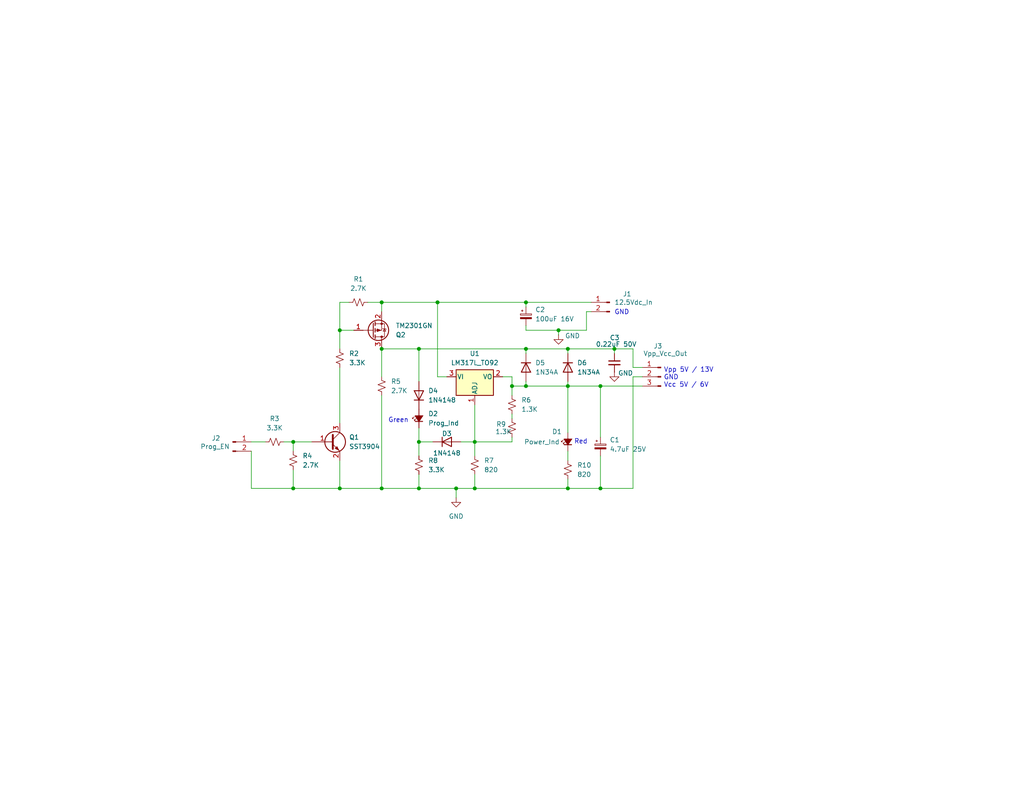
<source format=kicad_sch>
(kicad_sch
	(version 20250114)
	(generator "eeschema")
	(generator_version "9.0")
	(uuid "f2d019fe-e9c9-4232-b5b8-8dd816c269b8")
	(paper "USLetter")
	(title_block
		(title "EPROM Programmer Power Supply")
		(date "2025-10-31")
		(rev "0.1")
		(company "Department of Computer Technology, College of Computer Studies")
		(comment 1 "De La Salle University, Manila")
		(comment 2 "Design: Clement Ong")
	)
	(lib_symbols
		(symbol "Connector:Conn_01x02_Pin"
			(pin_names
				(offset 1.016)
				(hide yes)
			)
			(exclude_from_sim no)
			(in_bom yes)
			(on_board yes)
			(property "Reference" "J"
				(at 0 2.54 0)
				(effects
					(font
						(size 1.27 1.27)
					)
				)
			)
			(property "Value" "Conn_01x02_Pin"
				(at 0 -5.08 0)
				(effects
					(font
						(size 1.27 1.27)
					)
				)
			)
			(property "Footprint" ""
				(at 0 0 0)
				(effects
					(font
						(size 1.27 1.27)
					)
					(hide yes)
				)
			)
			(property "Datasheet" "~"
				(at 0 0 0)
				(effects
					(font
						(size 1.27 1.27)
					)
					(hide yes)
				)
			)
			(property "Description" "Generic connector, single row, 01x02, script generated"
				(at 0 0 0)
				(effects
					(font
						(size 1.27 1.27)
					)
					(hide yes)
				)
			)
			(property "ki_locked" ""
				(at 0 0 0)
				(effects
					(font
						(size 1.27 1.27)
					)
				)
			)
			(property "ki_keywords" "connector"
				(at 0 0 0)
				(effects
					(font
						(size 1.27 1.27)
					)
					(hide yes)
				)
			)
			(property "ki_fp_filters" "Connector*:*_1x??_*"
				(at 0 0 0)
				(effects
					(font
						(size 1.27 1.27)
					)
					(hide yes)
				)
			)
			(symbol "Conn_01x02_Pin_1_1"
				(rectangle
					(start 0.8636 0.127)
					(end 0 -0.127)
					(stroke
						(width 0.1524)
						(type default)
					)
					(fill
						(type outline)
					)
				)
				(rectangle
					(start 0.8636 -2.413)
					(end 0 -2.667)
					(stroke
						(width 0.1524)
						(type default)
					)
					(fill
						(type outline)
					)
				)
				(polyline
					(pts
						(xy 1.27 0) (xy 0.8636 0)
					)
					(stroke
						(width 0.1524)
						(type default)
					)
					(fill
						(type none)
					)
				)
				(polyline
					(pts
						(xy 1.27 -2.54) (xy 0.8636 -2.54)
					)
					(stroke
						(width 0.1524)
						(type default)
					)
					(fill
						(type none)
					)
				)
				(pin passive line
					(at 5.08 0 180)
					(length 3.81)
					(name "Pin_1"
						(effects
							(font
								(size 1.27 1.27)
							)
						)
					)
					(number "1"
						(effects
							(font
								(size 1.27 1.27)
							)
						)
					)
				)
				(pin passive line
					(at 5.08 -2.54 180)
					(length 3.81)
					(name "Pin_2"
						(effects
							(font
								(size 1.27 1.27)
							)
						)
					)
					(number "2"
						(effects
							(font
								(size 1.27 1.27)
							)
						)
					)
				)
			)
			(embedded_fonts no)
		)
		(symbol "Connector:Conn_01x03_Pin"
			(pin_names
				(offset 1.016)
				(hide yes)
			)
			(exclude_from_sim no)
			(in_bom yes)
			(on_board yes)
			(property "Reference" "J"
				(at 0 5.08 0)
				(effects
					(font
						(size 1.27 1.27)
					)
				)
			)
			(property "Value" "Conn_01x03_Pin"
				(at 0 -5.08 0)
				(effects
					(font
						(size 1.27 1.27)
					)
				)
			)
			(property "Footprint" ""
				(at 0 0 0)
				(effects
					(font
						(size 1.27 1.27)
					)
					(hide yes)
				)
			)
			(property "Datasheet" "~"
				(at 0 0 0)
				(effects
					(font
						(size 1.27 1.27)
					)
					(hide yes)
				)
			)
			(property "Description" "Generic connector, single row, 01x03, script generated"
				(at 0 0 0)
				(effects
					(font
						(size 1.27 1.27)
					)
					(hide yes)
				)
			)
			(property "ki_locked" ""
				(at 0 0 0)
				(effects
					(font
						(size 1.27 1.27)
					)
				)
			)
			(property "ki_keywords" "connector"
				(at 0 0 0)
				(effects
					(font
						(size 1.27 1.27)
					)
					(hide yes)
				)
			)
			(property "ki_fp_filters" "Connector*:*_1x??_*"
				(at 0 0 0)
				(effects
					(font
						(size 1.27 1.27)
					)
					(hide yes)
				)
			)
			(symbol "Conn_01x03_Pin_1_1"
				(rectangle
					(start 0.8636 2.667)
					(end 0 2.413)
					(stroke
						(width 0.1524)
						(type default)
					)
					(fill
						(type outline)
					)
				)
				(rectangle
					(start 0.8636 0.127)
					(end 0 -0.127)
					(stroke
						(width 0.1524)
						(type default)
					)
					(fill
						(type outline)
					)
				)
				(rectangle
					(start 0.8636 -2.413)
					(end 0 -2.667)
					(stroke
						(width 0.1524)
						(type default)
					)
					(fill
						(type outline)
					)
				)
				(polyline
					(pts
						(xy 1.27 2.54) (xy 0.8636 2.54)
					)
					(stroke
						(width 0.1524)
						(type default)
					)
					(fill
						(type none)
					)
				)
				(polyline
					(pts
						(xy 1.27 0) (xy 0.8636 0)
					)
					(stroke
						(width 0.1524)
						(type default)
					)
					(fill
						(type none)
					)
				)
				(polyline
					(pts
						(xy 1.27 -2.54) (xy 0.8636 -2.54)
					)
					(stroke
						(width 0.1524)
						(type default)
					)
					(fill
						(type none)
					)
				)
				(pin passive line
					(at 5.08 2.54 180)
					(length 3.81)
					(name "Pin_1"
						(effects
							(font
								(size 1.27 1.27)
							)
						)
					)
					(number "1"
						(effects
							(font
								(size 1.27 1.27)
							)
						)
					)
				)
				(pin passive line
					(at 5.08 0 180)
					(length 3.81)
					(name "Pin_2"
						(effects
							(font
								(size 1.27 1.27)
							)
						)
					)
					(number "2"
						(effects
							(font
								(size 1.27 1.27)
							)
						)
					)
				)
				(pin passive line
					(at 5.08 -2.54 180)
					(length 3.81)
					(name "Pin_3"
						(effects
							(font
								(size 1.27 1.27)
							)
						)
					)
					(number "3"
						(effects
							(font
								(size 1.27 1.27)
							)
						)
					)
				)
			)
			(embedded_fonts no)
		)
		(symbol "Device:C_Polarized_Small"
			(pin_numbers
				(hide yes)
			)
			(pin_names
				(offset 0.254)
				(hide yes)
			)
			(exclude_from_sim no)
			(in_bom yes)
			(on_board yes)
			(property "Reference" "C"
				(at 0.254 1.778 0)
				(effects
					(font
						(size 1.27 1.27)
					)
					(justify left)
				)
			)
			(property "Value" "C_Polarized_Small"
				(at 0.254 -2.032 0)
				(effects
					(font
						(size 1.27 1.27)
					)
					(justify left)
				)
			)
			(property "Footprint" ""
				(at 0 0 0)
				(effects
					(font
						(size 1.27 1.27)
					)
					(hide yes)
				)
			)
			(property "Datasheet" "~"
				(at 0 0 0)
				(effects
					(font
						(size 1.27 1.27)
					)
					(hide yes)
				)
			)
			(property "Description" "Polarized capacitor, small symbol"
				(at 0 0 0)
				(effects
					(font
						(size 1.27 1.27)
					)
					(hide yes)
				)
			)
			(property "ki_keywords" "cap capacitor"
				(at 0 0 0)
				(effects
					(font
						(size 1.27 1.27)
					)
					(hide yes)
				)
			)
			(property "ki_fp_filters" "CP_*"
				(at 0 0 0)
				(effects
					(font
						(size 1.27 1.27)
					)
					(hide yes)
				)
			)
			(symbol "C_Polarized_Small_0_1"
				(rectangle
					(start -1.524 0.6858)
					(end 1.524 0.3048)
					(stroke
						(width 0)
						(type default)
					)
					(fill
						(type none)
					)
				)
				(rectangle
					(start -1.524 -0.3048)
					(end 1.524 -0.6858)
					(stroke
						(width 0)
						(type default)
					)
					(fill
						(type outline)
					)
				)
				(polyline
					(pts
						(xy -1.27 1.524) (xy -0.762 1.524)
					)
					(stroke
						(width 0)
						(type default)
					)
					(fill
						(type none)
					)
				)
				(polyline
					(pts
						(xy -1.016 1.27) (xy -1.016 1.778)
					)
					(stroke
						(width 0)
						(type default)
					)
					(fill
						(type none)
					)
				)
			)
			(symbol "C_Polarized_Small_1_1"
				(pin passive line
					(at 0 2.54 270)
					(length 1.8542)
					(name "~"
						(effects
							(font
								(size 1.27 1.27)
							)
						)
					)
					(number "1"
						(effects
							(font
								(size 1.27 1.27)
							)
						)
					)
				)
				(pin passive line
					(at 0 -2.54 90)
					(length 1.8542)
					(name "~"
						(effects
							(font
								(size 1.27 1.27)
							)
						)
					)
					(number "2"
						(effects
							(font
								(size 1.27 1.27)
							)
						)
					)
				)
			)
			(embedded_fonts no)
		)
		(symbol "Device:C_Small"
			(pin_numbers
				(hide yes)
			)
			(pin_names
				(offset 0.254)
				(hide yes)
			)
			(exclude_from_sim no)
			(in_bom yes)
			(on_board yes)
			(property "Reference" "C"
				(at 0.254 1.778 0)
				(effects
					(font
						(size 1.27 1.27)
					)
					(justify left)
				)
			)
			(property "Value" "C_Small"
				(at 0.254 -2.032 0)
				(effects
					(font
						(size 1.27 1.27)
					)
					(justify left)
				)
			)
			(property "Footprint" ""
				(at 0 0 0)
				(effects
					(font
						(size 1.27 1.27)
					)
					(hide yes)
				)
			)
			(property "Datasheet" "~"
				(at 0 0 0)
				(effects
					(font
						(size 1.27 1.27)
					)
					(hide yes)
				)
			)
			(property "Description" "Unpolarized capacitor, small symbol"
				(at 0 0 0)
				(effects
					(font
						(size 1.27 1.27)
					)
					(hide yes)
				)
			)
			(property "ki_keywords" "capacitor cap"
				(at 0 0 0)
				(effects
					(font
						(size 1.27 1.27)
					)
					(hide yes)
				)
			)
			(property "ki_fp_filters" "C_*"
				(at 0 0 0)
				(effects
					(font
						(size 1.27 1.27)
					)
					(hide yes)
				)
			)
			(symbol "C_Small_0_1"
				(polyline
					(pts
						(xy -1.524 0.508) (xy 1.524 0.508)
					)
					(stroke
						(width 0.3048)
						(type default)
					)
					(fill
						(type none)
					)
				)
				(polyline
					(pts
						(xy -1.524 -0.508) (xy 1.524 -0.508)
					)
					(stroke
						(width 0.3302)
						(type default)
					)
					(fill
						(type none)
					)
				)
			)
			(symbol "C_Small_1_1"
				(pin passive line
					(at 0 2.54 270)
					(length 2.032)
					(name "~"
						(effects
							(font
								(size 1.27 1.27)
							)
						)
					)
					(number "1"
						(effects
							(font
								(size 1.27 1.27)
							)
						)
					)
				)
				(pin passive line
					(at 0 -2.54 90)
					(length 2.032)
					(name "~"
						(effects
							(font
								(size 1.27 1.27)
							)
						)
					)
					(number "2"
						(effects
							(font
								(size 1.27 1.27)
							)
						)
					)
				)
			)
			(embedded_fonts no)
		)
		(symbol "Device:LED_Small_Filled"
			(pin_numbers
				(hide yes)
			)
			(pin_names
				(offset 0.254)
				(hide yes)
			)
			(exclude_from_sim no)
			(in_bom yes)
			(on_board yes)
			(property "Reference" "D"
				(at -1.27 3.175 0)
				(effects
					(font
						(size 1.27 1.27)
					)
					(justify left)
				)
			)
			(property "Value" "LED_Small_Filled"
				(at -4.445 -2.54 0)
				(effects
					(font
						(size 1.27 1.27)
					)
					(justify left)
				)
			)
			(property "Footprint" ""
				(at 0 0 90)
				(effects
					(font
						(size 1.27 1.27)
					)
					(hide yes)
				)
			)
			(property "Datasheet" "~"
				(at 0 0 90)
				(effects
					(font
						(size 1.27 1.27)
					)
					(hide yes)
				)
			)
			(property "Description" "Light emitting diode, small symbol, filled shape"
				(at 0 0 0)
				(effects
					(font
						(size 1.27 1.27)
					)
					(hide yes)
				)
			)
			(property "ki_keywords" "LED diode light-emitting-diode"
				(at 0 0 0)
				(effects
					(font
						(size 1.27 1.27)
					)
					(hide yes)
				)
			)
			(property "ki_fp_filters" "LED* LED_SMD:* LED_THT:*"
				(at 0 0 0)
				(effects
					(font
						(size 1.27 1.27)
					)
					(hide yes)
				)
			)
			(symbol "LED_Small_Filled_0_1"
				(polyline
					(pts
						(xy -0.762 -1.016) (xy -0.762 1.016)
					)
					(stroke
						(width 0.254)
						(type default)
					)
					(fill
						(type none)
					)
				)
				(polyline
					(pts
						(xy 0 0.762) (xy -0.508 1.27) (xy -0.254 1.27) (xy -0.508 1.27) (xy -0.508 1.016)
					)
					(stroke
						(width 0)
						(type default)
					)
					(fill
						(type none)
					)
				)
				(polyline
					(pts
						(xy 0.508 1.27) (xy 0 1.778) (xy 0.254 1.778) (xy 0 1.778) (xy 0 1.524)
					)
					(stroke
						(width 0)
						(type default)
					)
					(fill
						(type none)
					)
				)
				(polyline
					(pts
						(xy 0.762 -1.016) (xy -0.762 0) (xy 0.762 1.016) (xy 0.762 -1.016)
					)
					(stroke
						(width 0.254)
						(type default)
					)
					(fill
						(type outline)
					)
				)
				(polyline
					(pts
						(xy 1.016 0) (xy -0.762 0)
					)
					(stroke
						(width 0)
						(type default)
					)
					(fill
						(type none)
					)
				)
			)
			(symbol "LED_Small_Filled_1_1"
				(pin passive line
					(at -2.54 0 0)
					(length 1.778)
					(name "K"
						(effects
							(font
								(size 1.27 1.27)
							)
						)
					)
					(number "1"
						(effects
							(font
								(size 1.27 1.27)
							)
						)
					)
				)
				(pin passive line
					(at 2.54 0 180)
					(length 1.778)
					(name "A"
						(effects
							(font
								(size 1.27 1.27)
							)
						)
					)
					(number "2"
						(effects
							(font
								(size 1.27 1.27)
							)
						)
					)
				)
			)
			(embedded_fonts no)
		)
		(symbol "Device:Q_PMOS_GSD"
			(pin_names
				(offset 0)
				(hide yes)
			)
			(exclude_from_sim no)
			(in_bom yes)
			(on_board yes)
			(property "Reference" "Q"
				(at 5.08 1.27 0)
				(effects
					(font
						(size 1.27 1.27)
					)
					(justify left)
				)
			)
			(property "Value" "Q_PMOS_GSD"
				(at 5.08 -1.27 0)
				(effects
					(font
						(size 1.27 1.27)
					)
					(justify left)
				)
			)
			(property "Footprint" ""
				(at 5.08 2.54 0)
				(effects
					(font
						(size 1.27 1.27)
					)
					(hide yes)
				)
			)
			(property "Datasheet" "~"
				(at 0 0 0)
				(effects
					(font
						(size 1.27 1.27)
					)
					(hide yes)
				)
			)
			(property "Description" "P-MOSFET transistor, gate/source/drain"
				(at 0 0 0)
				(effects
					(font
						(size 1.27 1.27)
					)
					(hide yes)
				)
			)
			(property "ki_keywords" "transistor PMOS P-MOS P-MOSFET"
				(at 0 0 0)
				(effects
					(font
						(size 1.27 1.27)
					)
					(hide yes)
				)
			)
			(symbol "Q_PMOS_GSD_0_1"
				(polyline
					(pts
						(xy 0.254 1.905) (xy 0.254 -1.905)
					)
					(stroke
						(width 0.254)
						(type default)
					)
					(fill
						(type none)
					)
				)
				(polyline
					(pts
						(xy 0.254 0) (xy -2.54 0)
					)
					(stroke
						(width 0)
						(type default)
					)
					(fill
						(type none)
					)
				)
				(polyline
					(pts
						(xy 0.762 2.286) (xy 0.762 1.27)
					)
					(stroke
						(width 0.254)
						(type default)
					)
					(fill
						(type none)
					)
				)
				(polyline
					(pts
						(xy 0.762 1.778) (xy 3.302 1.778) (xy 3.302 -1.778) (xy 0.762 -1.778)
					)
					(stroke
						(width 0)
						(type default)
					)
					(fill
						(type none)
					)
				)
				(polyline
					(pts
						(xy 0.762 0.508) (xy 0.762 -0.508)
					)
					(stroke
						(width 0.254)
						(type default)
					)
					(fill
						(type none)
					)
				)
				(polyline
					(pts
						(xy 0.762 -1.27) (xy 0.762 -2.286)
					)
					(stroke
						(width 0.254)
						(type default)
					)
					(fill
						(type none)
					)
				)
				(circle
					(center 1.651 0)
					(radius 2.794)
					(stroke
						(width 0.254)
						(type default)
					)
					(fill
						(type none)
					)
				)
				(polyline
					(pts
						(xy 2.286 0) (xy 1.27 0.381) (xy 1.27 -0.381) (xy 2.286 0)
					)
					(stroke
						(width 0)
						(type default)
					)
					(fill
						(type outline)
					)
				)
				(polyline
					(pts
						(xy 2.54 2.54) (xy 2.54 1.778)
					)
					(stroke
						(width 0)
						(type default)
					)
					(fill
						(type none)
					)
				)
				(circle
					(center 2.54 1.778)
					(radius 0.254)
					(stroke
						(width 0)
						(type default)
					)
					(fill
						(type outline)
					)
				)
				(circle
					(center 2.54 -1.778)
					(radius 0.254)
					(stroke
						(width 0)
						(type default)
					)
					(fill
						(type outline)
					)
				)
				(polyline
					(pts
						(xy 2.54 -2.54) (xy 2.54 0) (xy 0.762 0)
					)
					(stroke
						(width 0)
						(type default)
					)
					(fill
						(type none)
					)
				)
				(polyline
					(pts
						(xy 2.794 -0.508) (xy 2.921 -0.381) (xy 3.683 -0.381) (xy 3.81 -0.254)
					)
					(stroke
						(width 0)
						(type default)
					)
					(fill
						(type none)
					)
				)
				(polyline
					(pts
						(xy 3.302 -0.381) (xy 2.921 0.254) (xy 3.683 0.254) (xy 3.302 -0.381)
					)
					(stroke
						(width 0)
						(type default)
					)
					(fill
						(type none)
					)
				)
			)
			(symbol "Q_PMOS_GSD_1_1"
				(pin input line
					(at -5.08 0 0)
					(length 2.54)
					(name "G"
						(effects
							(font
								(size 1.27 1.27)
							)
						)
					)
					(number "1"
						(effects
							(font
								(size 1.27 1.27)
							)
						)
					)
				)
				(pin passive line
					(at 2.54 5.08 270)
					(length 2.54)
					(name "D"
						(effects
							(font
								(size 1.27 1.27)
							)
						)
					)
					(number "3"
						(effects
							(font
								(size 1.27 1.27)
							)
						)
					)
				)
				(pin passive line
					(at 2.54 -5.08 90)
					(length 2.54)
					(name "S"
						(effects
							(font
								(size 1.27 1.27)
							)
						)
					)
					(number "2"
						(effects
							(font
								(size 1.27 1.27)
							)
						)
					)
				)
			)
			(embedded_fonts no)
		)
		(symbol "Device:R_Small_US"
			(pin_numbers
				(hide yes)
			)
			(pin_names
				(offset 0.254)
				(hide yes)
			)
			(exclude_from_sim no)
			(in_bom yes)
			(on_board yes)
			(property "Reference" "R"
				(at 0.762 0.508 0)
				(effects
					(font
						(size 1.27 1.27)
					)
					(justify left)
				)
			)
			(property "Value" "R_Small_US"
				(at 0.762 -1.016 0)
				(effects
					(font
						(size 1.27 1.27)
					)
					(justify left)
				)
			)
			(property "Footprint" ""
				(at 0 0 0)
				(effects
					(font
						(size 1.27 1.27)
					)
					(hide yes)
				)
			)
			(property "Datasheet" "~"
				(at 0 0 0)
				(effects
					(font
						(size 1.27 1.27)
					)
					(hide yes)
				)
			)
			(property "Description" "Resistor, small US symbol"
				(at 0 0 0)
				(effects
					(font
						(size 1.27 1.27)
					)
					(hide yes)
				)
			)
			(property "ki_keywords" "r resistor"
				(at 0 0 0)
				(effects
					(font
						(size 1.27 1.27)
					)
					(hide yes)
				)
			)
			(property "ki_fp_filters" "R_*"
				(at 0 0 0)
				(effects
					(font
						(size 1.27 1.27)
					)
					(hide yes)
				)
			)
			(symbol "R_Small_US_1_1"
				(polyline
					(pts
						(xy 0 1.524) (xy 1.016 1.143) (xy 0 0.762) (xy -1.016 0.381) (xy 0 0)
					)
					(stroke
						(width 0)
						(type default)
					)
					(fill
						(type none)
					)
				)
				(polyline
					(pts
						(xy 0 0) (xy 1.016 -0.381) (xy 0 -0.762) (xy -1.016 -1.143) (xy 0 -1.524)
					)
					(stroke
						(width 0)
						(type default)
					)
					(fill
						(type none)
					)
				)
				(pin passive line
					(at 0 2.54 270)
					(length 1.016)
					(name "~"
						(effects
							(font
								(size 1.27 1.27)
							)
						)
					)
					(number "1"
						(effects
							(font
								(size 1.27 1.27)
							)
						)
					)
				)
				(pin passive line
					(at 0 -2.54 90)
					(length 1.016)
					(name "~"
						(effects
							(font
								(size 1.27 1.27)
							)
						)
					)
					(number "2"
						(effects
							(font
								(size 1.27 1.27)
							)
						)
					)
				)
			)
			(embedded_fonts no)
		)
		(symbol "Diode:1N4148"
			(pin_numbers
				(hide yes)
			)
			(pin_names
				(hide yes)
			)
			(exclude_from_sim no)
			(in_bom yes)
			(on_board yes)
			(property "Reference" "D"
				(at 0 2.54 0)
				(effects
					(font
						(size 1.27 1.27)
					)
				)
			)
			(property "Value" "1N4148"
				(at 0 -2.54 0)
				(effects
					(font
						(size 1.27 1.27)
					)
				)
			)
			(property "Footprint" "Diode_THT:D_DO-35_SOD27_P7.62mm_Horizontal"
				(at 0 0 0)
				(effects
					(font
						(size 1.27 1.27)
					)
					(hide yes)
				)
			)
			(property "Datasheet" "https://assets.nexperia.com/documents/data-sheet/1N4148_1N4448.pdf"
				(at 0 0 0)
				(effects
					(font
						(size 1.27 1.27)
					)
					(hide yes)
				)
			)
			(property "Description" "100V 0.15A standard switching diode, DO-35"
				(at 0 0 0)
				(effects
					(font
						(size 1.27 1.27)
					)
					(hide yes)
				)
			)
			(property "Sim.Device" "D"
				(at 0 0 0)
				(effects
					(font
						(size 1.27 1.27)
					)
					(hide yes)
				)
			)
			(property "Sim.Pins" "1=K 2=A"
				(at 0 0 0)
				(effects
					(font
						(size 1.27 1.27)
					)
					(hide yes)
				)
			)
			(property "ki_keywords" "diode"
				(at 0 0 0)
				(effects
					(font
						(size 1.27 1.27)
					)
					(hide yes)
				)
			)
			(property "ki_fp_filters" "D*DO?35*"
				(at 0 0 0)
				(effects
					(font
						(size 1.27 1.27)
					)
					(hide yes)
				)
			)
			(symbol "1N4148_0_1"
				(polyline
					(pts
						(xy -1.27 1.27) (xy -1.27 -1.27)
					)
					(stroke
						(width 0.254)
						(type default)
					)
					(fill
						(type none)
					)
				)
				(polyline
					(pts
						(xy 1.27 1.27) (xy 1.27 -1.27) (xy -1.27 0) (xy 1.27 1.27)
					)
					(stroke
						(width 0.254)
						(type default)
					)
					(fill
						(type none)
					)
				)
				(polyline
					(pts
						(xy 1.27 0) (xy -1.27 0)
					)
					(stroke
						(width 0)
						(type default)
					)
					(fill
						(type none)
					)
				)
			)
			(symbol "1N4148_1_1"
				(pin passive line
					(at -3.81 0 0)
					(length 2.54)
					(name "K"
						(effects
							(font
								(size 1.27 1.27)
							)
						)
					)
					(number "1"
						(effects
							(font
								(size 1.27 1.27)
							)
						)
					)
				)
				(pin passive line
					(at 3.81 0 180)
					(length 2.54)
					(name "A"
						(effects
							(font
								(size 1.27 1.27)
							)
						)
					)
					(number "2"
						(effects
							(font
								(size 1.27 1.27)
							)
						)
					)
				)
			)
			(embedded_fonts no)
		)
		(symbol "Diode:1N914"
			(pin_numbers
				(hide yes)
			)
			(pin_names
				(hide yes)
			)
			(exclude_from_sim no)
			(in_bom yes)
			(on_board yes)
			(property "Reference" "D"
				(at 0 2.54 0)
				(effects
					(font
						(size 1.27 1.27)
					)
				)
			)
			(property "Value" "1N914"
				(at 0 -2.54 0)
				(effects
					(font
						(size 1.27 1.27)
					)
				)
			)
			(property "Footprint" "Diode_THT:D_DO-35_SOD27_P7.62mm_Horizontal"
				(at 0 -4.445 0)
				(effects
					(font
						(size 1.27 1.27)
					)
					(hide yes)
				)
			)
			(property "Datasheet" "http://www.vishay.com/docs/85622/1n914.pdf"
				(at 0 0 0)
				(effects
					(font
						(size 1.27 1.27)
					)
					(hide yes)
				)
			)
			(property "Description" "100V 0.3A Small Signal Fast Switching Diode, DO-35"
				(at 0 0 0)
				(effects
					(font
						(size 1.27 1.27)
					)
					(hide yes)
				)
			)
			(property "Sim.Device" "D"
				(at 0 0 0)
				(effects
					(font
						(size 1.27 1.27)
					)
					(hide yes)
				)
			)
			(property "Sim.Pins" "1=K 2=A"
				(at 0 0 0)
				(effects
					(font
						(size 1.27 1.27)
					)
					(hide yes)
				)
			)
			(property "ki_keywords" "diode"
				(at 0 0 0)
				(effects
					(font
						(size 1.27 1.27)
					)
					(hide yes)
				)
			)
			(property "ki_fp_filters" "D*DO?35*"
				(at 0 0 0)
				(effects
					(font
						(size 1.27 1.27)
					)
					(hide yes)
				)
			)
			(symbol "1N914_0_1"
				(polyline
					(pts
						(xy -1.27 1.27) (xy -1.27 -1.27)
					)
					(stroke
						(width 0.254)
						(type default)
					)
					(fill
						(type none)
					)
				)
				(polyline
					(pts
						(xy 1.27 1.27) (xy 1.27 -1.27) (xy -1.27 0) (xy 1.27 1.27)
					)
					(stroke
						(width 0.254)
						(type default)
					)
					(fill
						(type none)
					)
				)
				(polyline
					(pts
						(xy 1.27 0) (xy -1.27 0)
					)
					(stroke
						(width 0)
						(type default)
					)
					(fill
						(type none)
					)
				)
			)
			(symbol "1N914_1_1"
				(pin passive line
					(at -3.81 0 0)
					(length 2.54)
					(name "K"
						(effects
							(font
								(size 1.27 1.27)
							)
						)
					)
					(number "1"
						(effects
							(font
								(size 1.27 1.27)
							)
						)
					)
				)
				(pin passive line
					(at 3.81 0 180)
					(length 2.54)
					(name "A"
						(effects
							(font
								(size 1.27 1.27)
							)
						)
					)
					(number "2"
						(effects
							(font
								(size 1.27 1.27)
							)
						)
					)
				)
			)
			(embedded_fonts no)
		)
		(symbol "Regulator_Linear:LM317L_TO92"
			(pin_names
				(offset 0.254)
			)
			(exclude_from_sim no)
			(in_bom yes)
			(on_board yes)
			(property "Reference" "U"
				(at -3.81 3.175 0)
				(effects
					(font
						(size 1.27 1.27)
					)
				)
			)
			(property "Value" "LM317L_TO92"
				(at 0 3.175 0)
				(effects
					(font
						(size 1.27 1.27)
					)
					(justify left)
				)
			)
			(property "Footprint" "Package_TO_SOT_THT:TO-92_Inline"
				(at 0 5.715 0)
				(effects
					(font
						(size 1.27 1.27)
						(italic yes)
					)
					(hide yes)
				)
			)
			(property "Datasheet" "http://www.ti.com/lit/ds/snvs775k/snvs775k.pdf"
				(at 0 0 0)
				(effects
					(font
						(size 1.27 1.27)
					)
					(hide yes)
				)
			)
			(property "Description" "100mA 35V Adjustable Linear Regulator, TO-92"
				(at 0 0 0)
				(effects
					(font
						(size 1.27 1.27)
					)
					(hide yes)
				)
			)
			(property "ki_keywords" "Adjustable Voltage Regulator 100mA Positive"
				(at 0 0 0)
				(effects
					(font
						(size 1.27 1.27)
					)
					(hide yes)
				)
			)
			(property "ki_fp_filters" "TO?92*"
				(at 0 0 0)
				(effects
					(font
						(size 1.27 1.27)
					)
					(hide yes)
				)
			)
			(symbol "LM317L_TO92_0_1"
				(rectangle
					(start -5.08 1.905)
					(end 5.08 -5.08)
					(stroke
						(width 0.254)
						(type default)
					)
					(fill
						(type background)
					)
				)
			)
			(symbol "LM317L_TO92_1_1"
				(pin power_in line
					(at -7.62 0 0)
					(length 2.54)
					(name "VI"
						(effects
							(font
								(size 1.27 1.27)
							)
						)
					)
					(number "3"
						(effects
							(font
								(size 1.27 1.27)
							)
						)
					)
				)
				(pin input line
					(at 0 -7.62 90)
					(length 2.54)
					(name "ADJ"
						(effects
							(font
								(size 1.27 1.27)
							)
						)
					)
					(number "1"
						(effects
							(font
								(size 1.27 1.27)
							)
						)
					)
				)
				(pin power_out line
					(at 7.62 0 180)
					(length 2.54)
					(name "VO"
						(effects
							(font
								(size 1.27 1.27)
							)
						)
					)
					(number "2"
						(effects
							(font
								(size 1.27 1.27)
							)
						)
					)
				)
			)
			(embedded_fonts no)
		)
		(symbol "Transistor_BJT:MMBT3904"
			(pin_names
				(offset 0)
				(hide yes)
			)
			(exclude_from_sim no)
			(in_bom yes)
			(on_board yes)
			(property "Reference" "Q"
				(at 5.08 1.905 0)
				(effects
					(font
						(size 1.27 1.27)
					)
					(justify left)
				)
			)
			(property "Value" "MMBT3904"
				(at 5.08 0 0)
				(effects
					(font
						(size 1.27 1.27)
					)
					(justify left)
				)
			)
			(property "Footprint" "Package_TO_SOT_SMD:SOT-23"
				(at 5.08 -1.905 0)
				(effects
					(font
						(size 1.27 1.27)
						(italic yes)
					)
					(justify left)
					(hide yes)
				)
			)
			(property "Datasheet" "https://www.onsemi.com/pdf/datasheet/pzt3904-d.pdf"
				(at 0 0 0)
				(effects
					(font
						(size 1.27 1.27)
					)
					(justify left)
					(hide yes)
				)
			)
			(property "Description" "0.2A Ic, 40V Vce, Small Signal NPN Transistor, SOT-23"
				(at 0 0 0)
				(effects
					(font
						(size 1.27 1.27)
					)
					(hide yes)
				)
			)
			(property "ki_keywords" "NPN Transistor"
				(at 0 0 0)
				(effects
					(font
						(size 1.27 1.27)
					)
					(hide yes)
				)
			)
			(property "ki_fp_filters" "SOT?23*"
				(at 0 0 0)
				(effects
					(font
						(size 1.27 1.27)
					)
					(hide yes)
				)
			)
			(symbol "MMBT3904_0_1"
				(polyline
					(pts
						(xy 0.635 1.905) (xy 0.635 -1.905) (xy 0.635 -1.905)
					)
					(stroke
						(width 0.508)
						(type default)
					)
					(fill
						(type none)
					)
				)
				(polyline
					(pts
						(xy 0.635 0.635) (xy 2.54 2.54)
					)
					(stroke
						(width 0)
						(type default)
					)
					(fill
						(type none)
					)
				)
				(polyline
					(pts
						(xy 0.635 -0.635) (xy 2.54 -2.54) (xy 2.54 -2.54)
					)
					(stroke
						(width 0)
						(type default)
					)
					(fill
						(type none)
					)
				)
				(circle
					(center 1.27 0)
					(radius 2.8194)
					(stroke
						(width 0.254)
						(type default)
					)
					(fill
						(type none)
					)
				)
				(polyline
					(pts
						(xy 1.27 -1.778) (xy 1.778 -1.27) (xy 2.286 -2.286) (xy 1.27 -1.778) (xy 1.27 -1.778)
					)
					(stroke
						(width 0)
						(type default)
					)
					(fill
						(type outline)
					)
				)
			)
			(symbol "MMBT3904_1_1"
				(pin input line
					(at -5.08 0 0)
					(length 5.715)
					(name "B"
						(effects
							(font
								(size 1.27 1.27)
							)
						)
					)
					(number "1"
						(effects
							(font
								(size 1.27 1.27)
							)
						)
					)
				)
				(pin passive line
					(at 2.54 5.08 270)
					(length 2.54)
					(name "C"
						(effects
							(font
								(size 1.27 1.27)
							)
						)
					)
					(number "3"
						(effects
							(font
								(size 1.27 1.27)
							)
						)
					)
				)
				(pin passive line
					(at 2.54 -5.08 90)
					(length 2.54)
					(name "E"
						(effects
							(font
								(size 1.27 1.27)
							)
						)
					)
					(number "2"
						(effects
							(font
								(size 1.27 1.27)
							)
						)
					)
				)
			)
			(embedded_fonts no)
		)
		(symbol "power:GND"
			(power)
			(pin_numbers
				(hide yes)
			)
			(pin_names
				(offset 0)
				(hide yes)
			)
			(exclude_from_sim no)
			(in_bom yes)
			(on_board yes)
			(property "Reference" "#PWR"
				(at 0 -6.35 0)
				(effects
					(font
						(size 1.27 1.27)
					)
					(hide yes)
				)
			)
			(property "Value" "GND"
				(at 0 -3.81 0)
				(effects
					(font
						(size 1.27 1.27)
					)
				)
			)
			(property "Footprint" ""
				(at 0 0 0)
				(effects
					(font
						(size 1.27 1.27)
					)
					(hide yes)
				)
			)
			(property "Datasheet" ""
				(at 0 0 0)
				(effects
					(font
						(size 1.27 1.27)
					)
					(hide yes)
				)
			)
			(property "Description" "Power symbol creates a global label with name \"GND\" , ground"
				(at 0 0 0)
				(effects
					(font
						(size 1.27 1.27)
					)
					(hide yes)
				)
			)
			(property "ki_keywords" "global power"
				(at 0 0 0)
				(effects
					(font
						(size 1.27 1.27)
					)
					(hide yes)
				)
			)
			(symbol "GND_0_1"
				(polyline
					(pts
						(xy 0 0) (xy 0 -1.27) (xy 1.27 -1.27) (xy 0 -2.54) (xy -1.27 -1.27) (xy 0 -1.27)
					)
					(stroke
						(width 0)
						(type default)
					)
					(fill
						(type none)
					)
				)
			)
			(symbol "GND_1_1"
				(pin power_in line
					(at 0 0 270)
					(length 0)
					(name "~"
						(effects
							(font
								(size 1.27 1.27)
							)
						)
					)
					(number "1"
						(effects
							(font
								(size 1.27 1.27)
							)
						)
					)
				)
			)
			(embedded_fonts no)
		)
	)
	(text "Green"
		(exclude_from_sim no)
		(at 108.712 114.808 0)
		(effects
			(font
				(size 1.27 1.27)
			)
		)
		(uuid "3e7b603d-b618-404f-be0a-a543270ed21d")
	)
	(text "Vpp 5V / 13V\nGND\nVcc 5V / 6V"
		(exclude_from_sim no)
		(at 181.102 103.124 0)
		(effects
			(font
				(size 1.27 1.27)
			)
			(justify left)
		)
		(uuid "555d8966-2e26-42f2-888a-b1a28a0c8fb1")
	)
	(text "GND"
		(exclude_from_sim no)
		(at 169.672 85.344 0)
		(effects
			(font
				(size 1.27 1.27)
			)
		)
		(uuid "5d650e5b-889c-4f3d-a4c4-c8d0d8f0a8a6")
	)
	(text "Red"
		(exclude_from_sim no)
		(at 158.496 120.65 0)
		(effects
			(font
				(size 1.27 1.27)
			)
		)
		(uuid "7c4acbf4-613d-4419-9249-b88291af6773")
	)
	(junction
		(at 143.51 82.55)
		(diameter 0)
		(color 0 0 0 0)
		(uuid "08cff4ff-98f2-4e7c-9e61-c797c0fff124")
	)
	(junction
		(at 104.14 82.55)
		(diameter 0)
		(color 0 0 0 0)
		(uuid "08d0c046-db4c-47f1-96fa-26cfcdbcaa5c")
	)
	(junction
		(at 114.3 120.65)
		(diameter 0)
		(color 0 0 0 0)
		(uuid "0bf2236c-b988-407e-b165-ef0ecf051e6a")
	)
	(junction
		(at 139.7 105.41)
		(diameter 0)
		(color 0 0 0 0)
		(uuid "0ce39a86-3c0d-4b55-9012-98b8bb48e588")
	)
	(junction
		(at 114.3 95.25)
		(diameter 0)
		(color 0 0 0 0)
		(uuid "1061a700-325b-46ca-a1ed-fb7656523d32")
	)
	(junction
		(at 124.46 133.35)
		(diameter 0)
		(color 0 0 0 0)
		(uuid "21de287f-4b7f-44b0-af6a-017b7ca08d1b")
	)
	(junction
		(at 163.83 133.35)
		(diameter 0)
		(color 0 0 0 0)
		(uuid "29ec840e-4413-4308-a58b-1c6eddf96b58")
	)
	(junction
		(at 129.54 133.35)
		(diameter 0)
		(color 0 0 0 0)
		(uuid "2fbd4d41-197f-45f6-a95a-04ce06f0c530")
	)
	(junction
		(at 163.83 105.41)
		(diameter 0)
		(color 0 0 0 0)
		(uuid "4c0d2f2b-591d-4b1a-b6c6-4891e9181cae")
	)
	(junction
		(at 129.54 120.65)
		(diameter 0)
		(color 0 0 0 0)
		(uuid "4c344dbd-f2a5-4938-97bc-0e6bed7879a8")
	)
	(junction
		(at 119.38 82.55)
		(diameter 0)
		(color 0 0 0 0)
		(uuid "563e4b6f-f3c4-4eb2-9dc4-d61cefeea24d")
	)
	(junction
		(at 154.94 95.25)
		(diameter 0)
		(color 0 0 0 0)
		(uuid "67fa06d0-a5f1-4f30-8eed-8ec9e59d10de")
	)
	(junction
		(at 80.01 120.65)
		(diameter 0)
		(color 0 0 0 0)
		(uuid "736e42de-4326-42a5-ad66-b59d784fac42")
	)
	(junction
		(at 92.71 90.17)
		(diameter 0)
		(color 0 0 0 0)
		(uuid "748d1064-319b-4251-b4f6-9fd588de1615")
	)
	(junction
		(at 104.14 133.35)
		(diameter 0)
		(color 0 0 0 0)
		(uuid "88b8cf1f-c836-470f-8595-236def24fa26")
	)
	(junction
		(at 143.51 95.25)
		(diameter 0)
		(color 0 0 0 0)
		(uuid "8def8716-2279-4155-870a-2ec68debaed7")
	)
	(junction
		(at 143.51 105.41)
		(diameter 0)
		(color 0 0 0 0)
		(uuid "aa38d2d6-790e-41d1-917f-234d60ebcfac")
	)
	(junction
		(at 80.01 133.35)
		(diameter 0)
		(color 0 0 0 0)
		(uuid "bb6015f4-6bb7-4cab-a283-7023fa1d1752")
	)
	(junction
		(at 114.3 133.35)
		(diameter 0)
		(color 0 0 0 0)
		(uuid "bf68443a-0d49-44dc-b402-3f2a76e539ee")
	)
	(junction
		(at 167.64 95.25)
		(diameter 0)
		(color 0 0 0 0)
		(uuid "c97bba23-fa52-4496-abcc-595b7a32c9dd")
	)
	(junction
		(at 152.4 90.17)
		(diameter 0)
		(color 0 0 0 0)
		(uuid "d45e4a5f-ba29-4042-baf9-7f42ab9c5f88")
	)
	(junction
		(at 154.94 133.35)
		(diameter 0)
		(color 0 0 0 0)
		(uuid "e5285c19-e5fe-48ed-9cae-e9c4497c9cb8")
	)
	(junction
		(at 104.14 95.25)
		(diameter 0)
		(color 0 0 0 0)
		(uuid "e632d023-2f67-4ead-9275-6e8b16c1d51f")
	)
	(junction
		(at 154.94 105.41)
		(diameter 0)
		(color 0 0 0 0)
		(uuid "ed82ba42-778a-49df-a5c5-ad9b00f602f8")
	)
	(junction
		(at 92.71 133.35)
		(diameter 0)
		(color 0 0 0 0)
		(uuid "f6f8b9d1-df3f-41a9-a62f-f0dc33e06109")
	)
	(wire
		(pts
			(xy 114.3 95.25) (xy 114.3 104.14)
		)
		(stroke
			(width 0)
			(type default)
		)
		(uuid "050f6485-1d2f-4c07-9b4e-e59c1abed8cb")
	)
	(wire
		(pts
			(xy 114.3 120.65) (xy 118.11 120.65)
		)
		(stroke
			(width 0)
			(type default)
		)
		(uuid "0a923c64-a181-4b22-a044-f0f85eb81619")
	)
	(wire
		(pts
			(xy 125.73 120.65) (xy 129.54 120.65)
		)
		(stroke
			(width 0)
			(type default)
		)
		(uuid "0f318140-4f42-48c4-aaa2-e487061be576")
	)
	(wire
		(pts
			(xy 154.94 104.14) (xy 154.94 105.41)
		)
		(stroke
			(width 0)
			(type default)
		)
		(uuid "132f0bc8-9d3d-4e1d-b735-7338208fad40")
	)
	(wire
		(pts
			(xy 143.51 104.14) (xy 143.51 105.41)
		)
		(stroke
			(width 0)
			(type default)
		)
		(uuid "13c2860e-e181-4703-ada9-e9fa6b1ec393")
	)
	(wire
		(pts
			(xy 68.58 133.35) (xy 80.01 133.35)
		)
		(stroke
			(width 0)
			(type default)
		)
		(uuid "1417b44c-d15c-4889-9b6e-03af0df8567d")
	)
	(wire
		(pts
			(xy 114.3 129.54) (xy 114.3 133.35)
		)
		(stroke
			(width 0)
			(type default)
		)
		(uuid "148cf94f-fa48-4b0c-9048-c79956c228d9")
	)
	(wire
		(pts
			(xy 129.54 133.35) (xy 154.94 133.35)
		)
		(stroke
			(width 0)
			(type default)
		)
		(uuid "178468ef-1a8d-4a33-8989-80f54946db5d")
	)
	(wire
		(pts
			(xy 100.33 82.55) (xy 104.14 82.55)
		)
		(stroke
			(width 0)
			(type default)
		)
		(uuid "187bce36-aeb1-490d-8b13-7b25bb030eaa")
	)
	(wire
		(pts
			(xy 68.58 120.65) (xy 72.39 120.65)
		)
		(stroke
			(width 0)
			(type default)
		)
		(uuid "1abe4603-0299-49a2-8bb5-f8917ed6367a")
	)
	(wire
		(pts
			(xy 139.7 105.41) (xy 139.7 102.87)
		)
		(stroke
			(width 0)
			(type default)
		)
		(uuid "1dcdb872-2870-413f-b988-fadbeff396fa")
	)
	(wire
		(pts
			(xy 143.51 90.17) (xy 152.4 90.17)
		)
		(stroke
			(width 0)
			(type default)
		)
		(uuid "1f0d6006-1b20-469b-aff5-4f9f443e3b72")
	)
	(wire
		(pts
			(xy 114.3 133.35) (xy 124.46 133.35)
		)
		(stroke
			(width 0)
			(type default)
		)
		(uuid "23d9ace5-c624-4320-ba48-f9cb02009bda")
	)
	(wire
		(pts
			(xy 80.01 120.65) (xy 85.09 120.65)
		)
		(stroke
			(width 0)
			(type default)
		)
		(uuid "245b2f00-bee8-414f-8fc2-d237f6c31075")
	)
	(wire
		(pts
			(xy 114.3 116.84) (xy 114.3 120.65)
		)
		(stroke
			(width 0)
			(type default)
		)
		(uuid "24eed09f-b0f1-4214-8660-98cf4e99ea7c")
	)
	(wire
		(pts
			(xy 92.71 100.33) (xy 92.71 115.57)
		)
		(stroke
			(width 0)
			(type default)
		)
		(uuid "264b0255-e039-441b-9473-c5016f71e255")
	)
	(wire
		(pts
			(xy 92.71 133.35) (xy 104.14 133.35)
		)
		(stroke
			(width 0)
			(type default)
		)
		(uuid "293393c1-31d3-43c7-b3c9-c12207e37f2e")
	)
	(wire
		(pts
			(xy 143.51 105.41) (xy 154.94 105.41)
		)
		(stroke
			(width 0)
			(type default)
		)
		(uuid "2cfaea0c-c20d-48bd-87c2-d844adeb67a3")
	)
	(wire
		(pts
			(xy 80.01 120.65) (xy 80.01 123.19)
		)
		(stroke
			(width 0)
			(type default)
		)
		(uuid "30c16469-a513-4bce-9da4-9d3fd6aa98d3")
	)
	(wire
		(pts
			(xy 160.02 85.09) (xy 161.29 85.09)
		)
		(stroke
			(width 0)
			(type default)
		)
		(uuid "3924f473-fb90-422b-8be0-0f6d540c5945")
	)
	(wire
		(pts
			(xy 143.51 82.55) (xy 143.51 83.82)
		)
		(stroke
			(width 0)
			(type default)
		)
		(uuid "3d83a8b1-c56b-4d49-b11d-7ea547349740")
	)
	(wire
		(pts
			(xy 143.51 82.55) (xy 119.38 82.55)
		)
		(stroke
			(width 0)
			(type default)
		)
		(uuid "43051cc5-2574-40a1-a32d-19bbc7fe9f76")
	)
	(wire
		(pts
			(xy 92.71 90.17) (xy 96.52 90.17)
		)
		(stroke
			(width 0)
			(type default)
		)
		(uuid "48d898da-b0ee-44b2-9368-f2ad2c93d222")
	)
	(wire
		(pts
			(xy 139.7 120.65) (xy 139.7 119.38)
		)
		(stroke
			(width 0)
			(type default)
		)
		(uuid "5be444bf-20f4-4295-bac5-97740ce3acce")
	)
	(wire
		(pts
			(xy 104.14 107.95) (xy 104.14 133.35)
		)
		(stroke
			(width 0)
			(type default)
		)
		(uuid "69195550-3915-4257-9f1f-1dad256625f8")
	)
	(wire
		(pts
			(xy 167.64 96.52) (xy 167.64 95.25)
		)
		(stroke
			(width 0)
			(type default)
		)
		(uuid "6e99a9af-aa60-48cd-a34c-d36deb256e7b")
	)
	(wire
		(pts
			(xy 129.54 129.54) (xy 129.54 133.35)
		)
		(stroke
			(width 0)
			(type default)
		)
		(uuid "70cfce97-e26b-4639-a965-68dff483aa7c")
	)
	(wire
		(pts
			(xy 129.54 120.65) (xy 129.54 124.46)
		)
		(stroke
			(width 0)
			(type default)
		)
		(uuid "732d9259-a002-4f07-affa-70de7a8a4839")
	)
	(wire
		(pts
			(xy 152.4 90.17) (xy 152.4 91.44)
		)
		(stroke
			(width 0)
			(type default)
		)
		(uuid "75ca062b-f487-40f9-933c-8dd5cfb9c58e")
	)
	(wire
		(pts
			(xy 161.29 82.55) (xy 143.51 82.55)
		)
		(stroke
			(width 0)
			(type default)
		)
		(uuid "763cc99c-8c5b-43d6-aacf-41dcff434164")
	)
	(wire
		(pts
			(xy 152.4 90.17) (xy 160.02 90.17)
		)
		(stroke
			(width 0)
			(type default)
		)
		(uuid "7996d56e-0867-4cbb-ba49-63316a0157bf")
	)
	(wire
		(pts
			(xy 163.83 105.41) (xy 175.26 105.41)
		)
		(stroke
			(width 0)
			(type default)
		)
		(uuid "7b7589d4-703f-4efc-bbde-b8ff0847d472")
	)
	(wire
		(pts
			(xy 154.94 123.19) (xy 154.94 125.73)
		)
		(stroke
			(width 0)
			(type default)
		)
		(uuid "7c12b989-77a6-401d-b916-dd2aa91a809f")
	)
	(wire
		(pts
			(xy 172.72 95.25) (xy 172.72 100.33)
		)
		(stroke
			(width 0)
			(type default)
		)
		(uuid "7d754a9b-a94f-426c-bd60-cfeeb2350f3c")
	)
	(wire
		(pts
			(xy 139.7 113.03) (xy 139.7 114.3)
		)
		(stroke
			(width 0)
			(type default)
		)
		(uuid "7d8e0a14-f1a8-4394-bdc9-be5fa840ef89")
	)
	(wire
		(pts
			(xy 167.64 95.25) (xy 172.72 95.25)
		)
		(stroke
			(width 0)
			(type default)
		)
		(uuid "800ba757-235f-457e-b2ee-534743fc10ba")
	)
	(wire
		(pts
			(xy 104.14 95.25) (xy 104.14 102.87)
		)
		(stroke
			(width 0)
			(type default)
		)
		(uuid "825dcf3e-c846-435c-a793-b42257f83313")
	)
	(wire
		(pts
			(xy 80.01 128.27) (xy 80.01 133.35)
		)
		(stroke
			(width 0)
			(type default)
		)
		(uuid "834bd6df-98a9-4e3f-b70a-f1229410383d")
	)
	(wire
		(pts
			(xy 163.83 105.41) (xy 163.83 119.38)
		)
		(stroke
			(width 0)
			(type default)
		)
		(uuid "89e11767-a7e0-47d7-867b-3d73434d9e8d")
	)
	(wire
		(pts
			(xy 172.72 133.35) (xy 172.72 102.87)
		)
		(stroke
			(width 0)
			(type default)
		)
		(uuid "8abbe76f-f7c2-4135-92e3-5611127b395b")
	)
	(wire
		(pts
			(xy 154.94 105.41) (xy 154.94 118.11)
		)
		(stroke
			(width 0)
			(type default)
		)
		(uuid "8cfecd41-575e-4fb5-aabe-80d3fcba7f23")
	)
	(wire
		(pts
			(xy 137.16 102.87) (xy 139.7 102.87)
		)
		(stroke
			(width 0)
			(type default)
		)
		(uuid "905cbaa4-623f-4220-bcb5-8ed341338bb3")
	)
	(wire
		(pts
			(xy 124.46 133.35) (xy 129.54 133.35)
		)
		(stroke
			(width 0)
			(type default)
		)
		(uuid "94b36666-36ff-4bd3-bfed-c9ebe8ba87a2")
	)
	(wire
		(pts
			(xy 80.01 133.35) (xy 92.71 133.35)
		)
		(stroke
			(width 0)
			(type default)
		)
		(uuid "98dd9d7b-2ac8-456d-87ef-e3d1f40e2131")
	)
	(wire
		(pts
			(xy 77.47 120.65) (xy 80.01 120.65)
		)
		(stroke
			(width 0)
			(type default)
		)
		(uuid "9a58fc53-9b11-468a-8937-7bc615e67d42")
	)
	(wire
		(pts
			(xy 172.72 100.33) (xy 175.26 100.33)
		)
		(stroke
			(width 0)
			(type default)
		)
		(uuid "a20dc932-0f6c-48a8-83f0-fe455f815baa")
	)
	(wire
		(pts
			(xy 139.7 107.95) (xy 139.7 105.41)
		)
		(stroke
			(width 0)
			(type default)
		)
		(uuid "a47f2299-69dd-4b00-a891-86f830cfc26c")
	)
	(wire
		(pts
			(xy 163.83 133.35) (xy 172.72 133.35)
		)
		(stroke
			(width 0)
			(type default)
		)
		(uuid "a54e90db-e5b6-4a55-87b4-538118903af8")
	)
	(wire
		(pts
			(xy 114.3 95.25) (xy 143.51 95.25)
		)
		(stroke
			(width 0)
			(type default)
		)
		(uuid "a6dfcec7-c48a-46b2-a8f8-80543cb0d0f7")
	)
	(wire
		(pts
			(xy 119.38 82.55) (xy 119.38 102.87)
		)
		(stroke
			(width 0)
			(type default)
		)
		(uuid "aca33504-23bd-4498-b782-3b2896c09ce2")
	)
	(wire
		(pts
			(xy 160.02 85.09) (xy 160.02 90.17)
		)
		(stroke
			(width 0)
			(type default)
		)
		(uuid "ae58a3bc-d747-489b-96c0-da1c19cc77c3")
	)
	(wire
		(pts
			(xy 129.54 120.65) (xy 139.7 120.65)
		)
		(stroke
			(width 0)
			(type default)
		)
		(uuid "af6a72e8-a5b4-4a3a-841f-8e3060768e94")
	)
	(wire
		(pts
			(xy 154.94 130.81) (xy 154.94 133.35)
		)
		(stroke
			(width 0)
			(type default)
		)
		(uuid "b0b3af2b-6dbd-458e-ab70-e970b1f65846")
	)
	(wire
		(pts
			(xy 114.3 120.65) (xy 114.3 124.46)
		)
		(stroke
			(width 0)
			(type default)
		)
		(uuid "b1a73b01-0f28-4ae2-b2e2-530b05cf80bf")
	)
	(wire
		(pts
			(xy 104.14 133.35) (xy 114.3 133.35)
		)
		(stroke
			(width 0)
			(type default)
		)
		(uuid "b1c3a7f1-ff91-48de-8af4-5476d4914cec")
	)
	(wire
		(pts
			(xy 154.94 105.41) (xy 163.83 105.41)
		)
		(stroke
			(width 0)
			(type default)
		)
		(uuid "b2b77154-85c8-4e01-b4b7-7caab37435ec")
	)
	(wire
		(pts
			(xy 92.71 90.17) (xy 92.71 95.25)
		)
		(stroke
			(width 0)
			(type default)
		)
		(uuid "b3b962cf-dbe8-445a-b53d-2439a1972781")
	)
	(wire
		(pts
			(xy 92.71 82.55) (xy 92.71 90.17)
		)
		(stroke
			(width 0)
			(type default)
		)
		(uuid "b4cc5bd9-e828-45fa-9f0e-4a22417592f2")
	)
	(wire
		(pts
			(xy 92.71 125.73) (xy 92.71 133.35)
		)
		(stroke
			(width 0)
			(type default)
		)
		(uuid "b535f964-b3f7-49a0-aca0-92cdee0ee44e")
	)
	(wire
		(pts
			(xy 163.83 124.46) (xy 163.83 133.35)
		)
		(stroke
			(width 0)
			(type default)
		)
		(uuid "b5ee9084-4762-47ad-8854-83ee99961996")
	)
	(wire
		(pts
			(xy 139.7 105.41) (xy 143.51 105.41)
		)
		(stroke
			(width 0)
			(type default)
		)
		(uuid "b8604c08-86f5-476f-b1bd-ab9ecbce41fc")
	)
	(wire
		(pts
			(xy 143.51 95.25) (xy 143.51 96.52)
		)
		(stroke
			(width 0)
			(type default)
		)
		(uuid "bccca7f3-4733-481f-ab3c-27d6ee8e4016")
	)
	(wire
		(pts
			(xy 154.94 95.25) (xy 154.94 96.52)
		)
		(stroke
			(width 0)
			(type default)
		)
		(uuid "c289f0fe-9d36-4be5-9cd2-c927426e0755")
	)
	(wire
		(pts
			(xy 95.25 82.55) (xy 92.71 82.55)
		)
		(stroke
			(width 0)
			(type default)
		)
		(uuid "c4038909-45a1-412c-aa92-efa94cf01bf7")
	)
	(wire
		(pts
			(xy 143.51 95.25) (xy 154.94 95.25)
		)
		(stroke
			(width 0)
			(type default)
		)
		(uuid "c568f8fc-f737-43e7-ba6b-1c96480e1ac8")
	)
	(wire
		(pts
			(xy 143.51 90.17) (xy 143.51 88.9)
		)
		(stroke
			(width 0)
			(type default)
		)
		(uuid "c82c37a9-01b5-4425-b772-5b8c182720a1")
	)
	(wire
		(pts
			(xy 104.14 82.55) (xy 104.14 85.09)
		)
		(stroke
			(width 0)
			(type default)
		)
		(uuid "cfb7e7ac-9d34-465e-9ce0-176d6b2fa871")
	)
	(wire
		(pts
			(xy 154.94 133.35) (xy 163.83 133.35)
		)
		(stroke
			(width 0)
			(type default)
		)
		(uuid "dce2fba5-c04a-49f7-9f3c-6afb5f726390")
	)
	(wire
		(pts
			(xy 68.58 123.19) (xy 68.58 133.35)
		)
		(stroke
			(width 0)
			(type default)
		)
		(uuid "e277e700-0398-48fa-82fd-29731bdcb8f0")
	)
	(wire
		(pts
			(xy 121.92 102.87) (xy 119.38 102.87)
		)
		(stroke
			(width 0)
			(type default)
		)
		(uuid "e593dae7-62d6-4a29-8498-beb495e6df44")
	)
	(wire
		(pts
			(xy 172.72 102.87) (xy 175.26 102.87)
		)
		(stroke
			(width 0)
			(type default)
		)
		(uuid "f101de5c-2464-43cc-b6f7-75a88f82df8f")
	)
	(wire
		(pts
			(xy 124.46 135.89) (xy 124.46 133.35)
		)
		(stroke
			(width 0)
			(type default)
		)
		(uuid "f2027eb7-0443-4f4f-b013-699b97389497")
	)
	(wire
		(pts
			(xy 154.94 95.25) (xy 167.64 95.25)
		)
		(stroke
			(width 0)
			(type default)
		)
		(uuid "f3dfa8b7-59c3-44b9-a137-6aeccde86a2f")
	)
	(wire
		(pts
			(xy 104.14 82.55) (xy 119.38 82.55)
		)
		(stroke
			(width 0)
			(type default)
		)
		(uuid "f7c38fb4-d483-4417-a768-1cfbe5751f13")
	)
	(wire
		(pts
			(xy 104.14 95.25) (xy 114.3 95.25)
		)
		(stroke
			(width 0)
			(type default)
		)
		(uuid "f89dc8c5-1f7a-49fd-a612-188ba191c5a7")
	)
	(wire
		(pts
			(xy 129.54 110.49) (xy 129.54 120.65)
		)
		(stroke
			(width 0)
			(type default)
		)
		(uuid "f948441a-d325-463b-8a1a-69655d3cc4dc")
	)
	(symbol
		(lib_id "power:GND")
		(at 124.46 135.89 0)
		(unit 1)
		(exclude_from_sim no)
		(in_bom yes)
		(on_board yes)
		(dnp no)
		(fields_autoplaced yes)
		(uuid "0499cfbc-c671-4f3f-a52c-85f3b27be519")
		(property "Reference" "#PWR3"
			(at 124.46 142.24 0)
			(effects
				(font
					(size 1.27 1.27)
				)
				(hide yes)
			)
		)
		(property "Value" "GND"
			(at 124.46 140.97 0)
			(effects
				(font
					(size 1.27 1.27)
				)
			)
		)
		(property "Footprint" ""
			(at 124.46 135.89 0)
			(effects
				(font
					(size 1.27 1.27)
				)
				(hide yes)
			)
		)
		(property "Datasheet" ""
			(at 124.46 135.89 0)
			(effects
				(font
					(size 1.27 1.27)
				)
				(hide yes)
			)
		)
		(property "Description" "Power symbol creates a global label with name \"GND\" , ground"
			(at 124.46 135.89 0)
			(effects
				(font
					(size 1.27 1.27)
				)
				(hide yes)
			)
		)
		(pin "1"
			(uuid "52e5e3f1-ccc0-456d-aa5a-b2b499ebe093")
		)
		(instances
			(project ""
				(path "/f2d019fe-e9c9-4232-b5b8-8dd816c269b8"
					(reference "#PWR3")
					(unit 1)
				)
			)
		)
	)
	(symbol
		(lib_id "Device:R_Small_US")
		(at 139.7 116.84 180)
		(unit 1)
		(exclude_from_sim no)
		(in_bom yes)
		(on_board yes)
		(dnp no)
		(uuid "07b7c363-6093-408e-b4ec-2db5137937d6")
		(property "Reference" "R9"
			(at 135.382 115.824 0)
			(effects
				(font
					(size 1.27 1.27)
				)
				(justify right)
			)
		)
		(property "Value" "1.3K"
			(at 135.128 117.856 0)
			(effects
				(font
					(size 1.27 1.27)
				)
				(justify right)
			)
		)
		(property "Footprint" "Resistor_THT:R_Axial_DIN0207_L6.3mm_D2.5mm_P10.16mm_Horizontal"
			(at 139.7 116.84 0)
			(effects
				(font
					(size 1.27 1.27)
				)
				(hide yes)
			)
		)
		(property "Datasheet" "~"
			(at 139.7 116.84 0)
			(effects
				(font
					(size 1.27 1.27)
				)
				(hide yes)
			)
		)
		(property "Description" "Resistor, small US symbol"
			(at 139.7 116.84 0)
			(effects
				(font
					(size 1.27 1.27)
				)
				(hide yes)
			)
		)
		(pin "1"
			(uuid "7ed47457-49c6-4eef-967d-75ffe32cd914")
		)
		(pin "2"
			(uuid "7a9b19cb-64ad-48b8-9929-2c560dd41d30")
		)
		(instances
			(project ""
				(path "/f2d019fe-e9c9-4232-b5b8-8dd816c269b8"
					(reference "R9")
					(unit 1)
				)
			)
		)
	)
	(symbol
		(lib_id "Transistor_BJT:MMBT3904")
		(at 90.17 120.65 0)
		(unit 1)
		(exclude_from_sim no)
		(in_bom yes)
		(on_board yes)
		(dnp no)
		(fields_autoplaced yes)
		(uuid "128897e2-19cb-45cc-b6e8-11fdc738583f")
		(property "Reference" "Q1"
			(at 95.25 119.3799 0)
			(effects
				(font
					(size 1.27 1.27)
				)
				(justify left)
			)
		)
		(property "Value" "SST3904"
			(at 95.25 121.9199 0)
			(effects
				(font
					(size 1.27 1.27)
				)
				(justify left)
			)
		)
		(property "Footprint" "Package_TO_SOT_SMD:SOT-23"
			(at 95.25 122.555 0)
			(effects
				(font
					(size 1.27 1.27)
					(italic yes)
				)
				(justify left)
				(hide yes)
			)
		)
		(property "Datasheet" "https://www.onsemi.com/pdf/datasheet/pzt3904-d.pdf"
			(at 90.17 120.65 0)
			(effects
				(font
					(size 1.27 1.27)
				)
				(justify left)
				(hide yes)
			)
		)
		(property "Description" "0.2A Ic, 40V Vce, Small Signal NPN Transistor, SOT-23"
			(at 90.17 120.65 0)
			(effects
				(font
					(size 1.27 1.27)
				)
				(hide yes)
			)
		)
		(pin "1"
			(uuid "2f5f49a8-201b-4c36-ad97-c2e1224630db")
		)
		(pin "3"
			(uuid "f031a63e-c4c3-4eaf-be64-e139bce55d86")
		)
		(pin "2"
			(uuid "565809a6-efdd-4974-b122-c2bf9df8e961")
		)
		(instances
			(project ""
				(path "/f2d019fe-e9c9-4232-b5b8-8dd816c269b8"
					(reference "Q1")
					(unit 1)
				)
			)
		)
	)
	(symbol
		(lib_id "Device:LED_Small_Filled")
		(at 114.3 114.3 90)
		(unit 1)
		(exclude_from_sim no)
		(in_bom yes)
		(on_board yes)
		(dnp no)
		(fields_autoplaced yes)
		(uuid "14f3b7a0-fcb2-4dcc-9aed-0dced008fd10")
		(property "Reference" "D2"
			(at 116.84 112.9664 90)
			(effects
				(font
					(size 1.27 1.27)
				)
				(justify right)
			)
		)
		(property "Value" "Prog_Ind"
			(at 116.84 115.5064 90)
			(effects
				(font
					(size 1.27 1.27)
				)
				(justify right)
			)
		)
		(property "Footprint" "LED_THT:LED_D5.0mm"
			(at 114.3 114.3 90)
			(effects
				(font
					(size 1.27 1.27)
				)
				(hide yes)
			)
		)
		(property "Datasheet" "~"
			(at 114.3 114.3 90)
			(effects
				(font
					(size 1.27 1.27)
				)
				(hide yes)
			)
		)
		(property "Description" "Light emitting diode, small symbol, filled shape"
			(at 114.3 114.3 0)
			(effects
				(font
					(size 1.27 1.27)
				)
				(hide yes)
			)
		)
		(pin "1"
			(uuid "0597868a-4939-4b17-95a7-c25a53dd0287")
		)
		(pin "2"
			(uuid "83f8a12d-33c3-4a53-875a-5a1e5818da0d")
		)
		(instances
			(project ""
				(path "/f2d019fe-e9c9-4232-b5b8-8dd816c269b8"
					(reference "D2")
					(unit 1)
				)
			)
		)
	)
	(symbol
		(lib_id "power:GND")
		(at 167.64 101.6 0)
		(unit 1)
		(exclude_from_sim no)
		(in_bom yes)
		(on_board yes)
		(dnp no)
		(uuid "1b593db7-c429-40d3-b765-7e34096f69b1")
		(property "Reference" "#PWR2"
			(at 167.64 107.95 0)
			(effects
				(font
					(size 1.27 1.27)
				)
				(hide yes)
			)
		)
		(property "Value" "GND"
			(at 170.688 101.854 0)
			(effects
				(font
					(size 1.27 1.27)
				)
			)
		)
		(property "Footprint" ""
			(at 167.64 101.6 0)
			(effects
				(font
					(size 1.27 1.27)
				)
				(hide yes)
			)
		)
		(property "Datasheet" ""
			(at 167.64 101.6 0)
			(effects
				(font
					(size 1.27 1.27)
				)
				(hide yes)
			)
		)
		(property "Description" "Power symbol creates a global label with name \"GND\" , ground"
			(at 167.64 101.6 0)
			(effects
				(font
					(size 1.27 1.27)
				)
				(hide yes)
			)
		)
		(pin "1"
			(uuid "52e5e3f1-ccc0-456d-aa5a-b2b499ebe094")
		)
		(instances
			(project ""
				(path "/f2d019fe-e9c9-4232-b5b8-8dd816c269b8"
					(reference "#PWR2")
					(unit 1)
				)
			)
		)
	)
	(symbol
		(lib_id "Device:C_Polarized_Small")
		(at 143.51 86.36 0)
		(unit 1)
		(exclude_from_sim no)
		(in_bom yes)
		(on_board yes)
		(dnp no)
		(fields_autoplaced yes)
		(uuid "2c31f174-2dff-44f9-b5d0-afe4d625fcae")
		(property "Reference" "C2"
			(at 146.05 84.5438 0)
			(effects
				(font
					(size 1.27 1.27)
				)
				(justify left)
			)
		)
		(property "Value" "100uF 16V"
			(at 146.05 87.0838 0)
			(effects
				(font
					(size 1.27 1.27)
				)
				(justify left)
			)
		)
		(property "Footprint" "Capacitor_THT:CP_Radial_D6.3mm_P2.50mm"
			(at 143.51 86.36 0)
			(effects
				(font
					(size 1.27 1.27)
				)
				(hide yes)
			)
		)
		(property "Datasheet" "~"
			(at 143.51 86.36 0)
			(effects
				(font
					(size 1.27 1.27)
				)
				(hide yes)
			)
		)
		(property "Description" "Polarized capacitor, small symbol"
			(at 143.51 86.36 0)
			(effects
				(font
					(size 1.27 1.27)
				)
				(hide yes)
			)
		)
		(pin "2"
			(uuid "bc659c03-9130-4bdc-90d3-e5907f5f47a4")
		)
		(pin "1"
			(uuid "da80ea3f-cfc8-466b-b69e-ed7b75863366")
		)
		(instances
			(project ""
				(path "/f2d019fe-e9c9-4232-b5b8-8dd816c269b8"
					(reference "C2")
					(unit 1)
				)
			)
		)
	)
	(symbol
		(lib_id "Connector:Conn_01x02_Pin")
		(at 166.37 82.55 0)
		(mirror y)
		(unit 1)
		(exclude_from_sim no)
		(in_bom yes)
		(on_board yes)
		(dnp no)
		(uuid "30594741-ec59-42c9-ab29-418673ee8530")
		(property "Reference" "J1"
			(at 169.926 80.264 0)
			(effects
				(font
					(size 1.27 1.27)
				)
				(justify right)
			)
		)
		(property "Value" "12.5Vdc_In"
			(at 167.64 82.5501 0)
			(effects
				(font
					(size 1.27 1.27)
				)
				(justify right)
			)
		)
		(property "Footprint" "Connector_PinHeader_2.54mm:PinHeader_1x02_P2.54mm_Vertical"
			(at 166.37 82.55 0)
			(effects
				(font
					(size 1.27 1.27)
				)
				(hide yes)
			)
		)
		(property "Datasheet" "~"
			(at 166.37 82.55 0)
			(effects
				(font
					(size 1.27 1.27)
				)
				(hide yes)
			)
		)
		(property "Description" "Generic connector, single row, 01x02, script generated"
			(at 166.37 82.55 0)
			(effects
				(font
					(size 1.27 1.27)
				)
				(hide yes)
			)
		)
		(pin "1"
			(uuid "3d6ffa72-0789-4c93-a82b-06ae9843fd90")
		)
		(pin "2"
			(uuid "75a96890-821b-4874-9cb1-83ace512edda")
		)
		(instances
			(project ""
				(path "/f2d019fe-e9c9-4232-b5b8-8dd816c269b8"
					(reference "J1")
					(unit 1)
				)
			)
		)
	)
	(symbol
		(lib_id "Device:R_Small_US")
		(at 92.71 97.79 0)
		(unit 1)
		(exclude_from_sim no)
		(in_bom yes)
		(on_board yes)
		(dnp no)
		(fields_autoplaced yes)
		(uuid "40fb4b5c-4da8-46bc-81fe-76ca84e31cf7")
		(property "Reference" "R2"
			(at 95.25 96.5199 0)
			(effects
				(font
					(size 1.27 1.27)
				)
				(justify left)
			)
		)
		(property "Value" "3.3K"
			(at 95.25 99.0599 0)
			(effects
				(font
					(size 1.27 1.27)
				)
				(justify left)
			)
		)
		(property "Footprint" "Resistor_THT:R_Axial_DIN0207_L6.3mm_D2.5mm_P10.16mm_Horizontal"
			(at 92.71 97.79 0)
			(effects
				(font
					(size 1.27 1.27)
				)
				(hide yes)
			)
		)
		(property "Datasheet" "~"
			(at 92.71 97.79 0)
			(effects
				(font
					(size 1.27 1.27)
				)
				(hide yes)
			)
		)
		(property "Description" "Resistor, small US symbol"
			(at 92.71 97.79 0)
			(effects
				(font
					(size 1.27 1.27)
				)
				(hide yes)
			)
		)
		(pin "1"
			(uuid "7ed47457-49c6-4eef-967d-75ffe32cd915")
		)
		(pin "2"
			(uuid "7a9b19cb-64ad-48b8-9929-2c560dd41d31")
		)
		(instances
			(project ""
				(path "/f2d019fe-e9c9-4232-b5b8-8dd816c269b8"
					(reference "R2")
					(unit 1)
				)
			)
		)
	)
	(symbol
		(lib_id "Device:R_Small_US")
		(at 104.14 105.41 0)
		(unit 1)
		(exclude_from_sim no)
		(in_bom yes)
		(on_board yes)
		(dnp no)
		(fields_autoplaced yes)
		(uuid "4c43f2a6-1ae6-427c-a518-b13ec4d0751e")
		(property "Reference" "R5"
			(at 106.68 104.1399 0)
			(effects
				(font
					(size 1.27 1.27)
				)
				(justify left)
			)
		)
		(property "Value" "2.7K"
			(at 106.68 106.6799 0)
			(effects
				(font
					(size 1.27 1.27)
				)
				(justify left)
			)
		)
		(property "Footprint" "Resistor_THT:R_Axial_DIN0207_L6.3mm_D2.5mm_P10.16mm_Horizontal"
			(at 104.14 105.41 0)
			(effects
				(font
					(size 1.27 1.27)
				)
				(hide yes)
			)
		)
		(property "Datasheet" "~"
			(at 104.14 105.41 0)
			(effects
				(font
					(size 1.27 1.27)
				)
				(hide yes)
			)
		)
		(property "Description" "Resistor, small US symbol"
			(at 104.14 105.41 0)
			(effects
				(font
					(size 1.27 1.27)
				)
				(hide yes)
			)
		)
		(pin "1"
			(uuid "7ed47457-49c6-4eef-967d-75ffe32cd916")
		)
		(pin "2"
			(uuid "7a9b19cb-64ad-48b8-9929-2c560dd41d32")
		)
		(instances
			(project ""
				(path "/f2d019fe-e9c9-4232-b5b8-8dd816c269b8"
					(reference "R5")
					(unit 1)
				)
			)
		)
	)
	(symbol
		(lib_id "Device:R_Small_US")
		(at 80.01 125.73 0)
		(unit 1)
		(exclude_from_sim no)
		(in_bom yes)
		(on_board yes)
		(dnp no)
		(fields_autoplaced yes)
		(uuid "56ca2814-85b0-4a31-ad55-7671c558f524")
		(property "Reference" "R4"
			(at 82.55 124.4599 0)
			(effects
				(font
					(size 1.27 1.27)
				)
				(justify left)
			)
		)
		(property "Value" "2.7K"
			(at 82.55 126.9999 0)
			(effects
				(font
					(size 1.27 1.27)
				)
				(justify left)
			)
		)
		(property "Footprint" "Resistor_THT:R_Axial_DIN0207_L6.3mm_D2.5mm_P10.16mm_Horizontal"
			(at 80.01 125.73 0)
			(effects
				(font
					(size 1.27 1.27)
				)
				(hide yes)
			)
		)
		(property "Datasheet" "~"
			(at 80.01 125.73 0)
			(effects
				(font
					(size 1.27 1.27)
				)
				(hide yes)
			)
		)
		(property "Description" "Resistor, small US symbol"
			(at 80.01 125.73 0)
			(effects
				(font
					(size 1.27 1.27)
				)
				(hide yes)
			)
		)
		(pin "1"
			(uuid "7ed47457-49c6-4eef-967d-75ffe32cd917")
		)
		(pin "2"
			(uuid "7a9b19cb-64ad-48b8-9929-2c560dd41d33")
		)
		(instances
			(project ""
				(path "/f2d019fe-e9c9-4232-b5b8-8dd816c269b8"
					(reference "R4")
					(unit 1)
				)
			)
		)
	)
	(symbol
		(lib_id "Device:LED_Small_Filled")
		(at 154.94 120.65 90)
		(unit 1)
		(exclude_from_sim no)
		(in_bom yes)
		(on_board yes)
		(dnp no)
		(uuid "56d2bbc8-aa04-40bc-9d88-e03e9581c545")
		(property "Reference" "D1"
			(at 150.622 117.856 90)
			(effects
				(font
					(size 1.27 1.27)
				)
				(justify right)
			)
		)
		(property "Value" "Power_Ind"
			(at 143.002 120.65 90)
			(effects
				(font
					(size 1.27 1.27)
				)
				(justify right)
			)
		)
		(property "Footprint" "LED_THT:LED_D5.0mm"
			(at 154.94 120.65 90)
			(effects
				(font
					(size 1.27 1.27)
				)
				(hide yes)
			)
		)
		(property "Datasheet" "~"
			(at 154.94 120.65 90)
			(effects
				(font
					(size 1.27 1.27)
				)
				(hide yes)
			)
		)
		(property "Description" "Light emitting diode, small symbol, filled shape"
			(at 154.94 120.65 0)
			(effects
				(font
					(size 1.27 1.27)
				)
				(hide yes)
			)
		)
		(pin "1"
			(uuid "0597868a-4939-4b17-95a7-c25a53dd0288")
		)
		(pin "2"
			(uuid "83f8a12d-33c3-4a53-875a-5a1e5818da0e")
		)
		(instances
			(project ""
				(path "/f2d019fe-e9c9-4232-b5b8-8dd816c269b8"
					(reference "D1")
					(unit 1)
				)
			)
		)
	)
	(symbol
		(lib_id "Connector:Conn_01x03_Pin")
		(at 180.34 102.87 0)
		(mirror y)
		(unit 1)
		(exclude_from_sim no)
		(in_bom yes)
		(on_board yes)
		(dnp no)
		(uuid "6b8c52cc-398a-4d3e-bf37-fc12bbd4c45f")
		(property "Reference" "J3"
			(at 178.308 94.488 0)
			(effects
				(font
					(size 1.27 1.27)
				)
				(justify right)
			)
		)
		(property "Value" "Vpp_Vcc_Out"
			(at 175.514 96.52 0)
			(effects
				(font
					(size 1.27 1.27)
				)
				(justify right)
			)
		)
		(property "Footprint" "Connector_PinHeader_2.54mm:PinHeader_1x03_P2.54mm_Vertical"
			(at 180.34 102.87 0)
			(effects
				(font
					(size 1.27 1.27)
				)
				(hide yes)
			)
		)
		(property "Datasheet" "~"
			(at 180.34 102.87 0)
			(effects
				(font
					(size 1.27 1.27)
				)
				(hide yes)
			)
		)
		(property "Description" "Generic connector, single row, 01x03, script generated"
			(at 180.34 102.87 0)
			(effects
				(font
					(size 1.27 1.27)
				)
				(hide yes)
			)
		)
		(pin "2"
			(uuid "82f8f28e-95e1-40c9-97a1-f373c0192a3f")
		)
		(pin "1"
			(uuid "80230c8a-313b-4d17-9f19-97dd7b09e3df")
		)
		(pin "3"
			(uuid "06cb0905-ae99-4a53-a41a-085f704d99fb")
		)
		(instances
			(project ""
				(path "/f2d019fe-e9c9-4232-b5b8-8dd816c269b8"
					(reference "J3")
					(unit 1)
				)
			)
		)
	)
	(symbol
		(lib_id "Device:C_Polarized_Small")
		(at 163.83 121.92 0)
		(unit 1)
		(exclude_from_sim no)
		(in_bom yes)
		(on_board yes)
		(dnp no)
		(fields_autoplaced yes)
		(uuid "6f45c88c-630b-4203-984e-12dad9cb815f")
		(property "Reference" "C1"
			(at 166.37 120.1038 0)
			(effects
				(font
					(size 1.27 1.27)
				)
				(justify left)
			)
		)
		(property "Value" "4.7uF 25V"
			(at 166.37 122.6438 0)
			(effects
				(font
					(size 1.27 1.27)
				)
				(justify left)
			)
		)
		(property "Footprint" "Capacitor_THT:CP_Radial_D5.0mm_P2.00mm"
			(at 163.83 121.92 0)
			(effects
				(font
					(size 1.27 1.27)
				)
				(hide yes)
			)
		)
		(property "Datasheet" "~"
			(at 163.83 121.92 0)
			(effects
				(font
					(size 1.27 1.27)
				)
				(hide yes)
			)
		)
		(property "Description" "Polarized capacitor, small symbol"
			(at 163.83 121.92 0)
			(effects
				(font
					(size 1.27 1.27)
				)
				(hide yes)
			)
		)
		(pin "2"
			(uuid "7026b469-1d9d-4007-8747-250b8f30c3c4")
		)
		(pin "1"
			(uuid "b209fa74-1460-4193-90ca-0136d579f4a9")
		)
		(instances
			(project ""
				(path "/f2d019fe-e9c9-4232-b5b8-8dd816c269b8"
					(reference "C1")
					(unit 1)
				)
			)
		)
	)
	(symbol
		(lib_id "Diode:1N4148")
		(at 114.3 107.95 90)
		(unit 1)
		(exclude_from_sim no)
		(in_bom yes)
		(on_board yes)
		(dnp no)
		(fields_autoplaced yes)
		(uuid "71c38d63-5714-4ba4-9a67-041eb7952536")
		(property "Reference" "D4"
			(at 116.84 106.6799 90)
			(effects
				(font
					(size 1.27 1.27)
				)
				(justify right)
			)
		)
		(property "Value" "1N4148"
			(at 116.84 109.2199 90)
			(effects
				(font
					(size 1.27 1.27)
				)
				(justify right)
			)
		)
		(property "Footprint" "Diode_THT:D_DO-35_SOD27_P7.62mm_Horizontal"
			(at 114.3 107.95 0)
			(effects
				(font
					(size 1.27 1.27)
				)
				(hide yes)
			)
		)
		(property "Datasheet" "https://assets.nexperia.com/documents/data-sheet/1N4148_1N4448.pdf"
			(at 114.3 107.95 0)
			(effects
				(font
					(size 1.27 1.27)
				)
				(hide yes)
			)
		)
		(property "Description" "100V 0.15A standard switching diode, DO-35"
			(at 114.3 107.95 0)
			(effects
				(font
					(size 1.27 1.27)
				)
				(hide yes)
			)
		)
		(property "Sim.Device" "D"
			(at 114.3 107.95 0)
			(effects
				(font
					(size 1.27 1.27)
				)
				(hide yes)
			)
		)
		(property "Sim.Pins" "1=K 2=A"
			(at 114.3 107.95 0)
			(effects
				(font
					(size 1.27 1.27)
				)
				(hide yes)
			)
		)
		(pin "2"
			(uuid "a718d161-b5ea-47ae-ba10-dc96f08a2e57")
		)
		(pin "1"
			(uuid "cdc330ca-4eae-4ab3-a98c-93da6e0bb244")
		)
		(instances
			(project ""
				(path "/f2d019fe-e9c9-4232-b5b8-8dd816c269b8"
					(reference "D4")
					(unit 1)
				)
			)
		)
	)
	(symbol
		(lib_id "Diode:1N914")
		(at 154.94 100.33 270)
		(unit 1)
		(exclude_from_sim no)
		(in_bom yes)
		(on_board yes)
		(dnp no)
		(fields_autoplaced yes)
		(uuid "9307b228-a563-4ba7-8412-0421a239330d")
		(property "Reference" "D6"
			(at 157.48 99.0599 90)
			(effects
				(font
					(size 1.27 1.27)
				)
				(justify left)
			)
		)
		(property "Value" "1N34A"
			(at 157.48 101.5999 90)
			(effects
				(font
					(size 1.27 1.27)
				)
				(justify left)
			)
		)
		(property "Footprint" "Diode_THT:D_DO-35_SOD27_P7.62mm_Horizontal"
			(at 150.495 100.33 0)
			(effects
				(font
					(size 1.27 1.27)
				)
				(hide yes)
			)
		)
		(property "Datasheet" "http://www.vishay.com/docs/85622/1n914.pdf"
			(at 154.94 100.33 0)
			(effects
				(font
					(size 1.27 1.27)
				)
				(hide yes)
			)
		)
		(property "Description" "100V 0.3A Small Signal Fast Switching Diode, DO-35"
			(at 154.94 100.33 0)
			(effects
				(font
					(size 1.27 1.27)
				)
				(hide yes)
			)
		)
		(property "Sim.Device" "D"
			(at 154.94 100.33 0)
			(effects
				(font
					(size 1.27 1.27)
				)
				(hide yes)
			)
		)
		(property "Sim.Pins" "1=K 2=A"
			(at 154.94 100.33 0)
			(effects
				(font
					(size 1.27 1.27)
				)
				(hide yes)
			)
		)
		(pin "2"
			(uuid "9f8081b2-5554-4658-8b02-bb92cfa9ab48")
		)
		(pin "1"
			(uuid "9f3a2800-a970-4e18-9ed4-43043efb25b5")
		)
		(instances
			(project ""
				(path "/f2d019fe-e9c9-4232-b5b8-8dd816c269b8"
					(reference "D6")
					(unit 1)
				)
			)
		)
	)
	(symbol
		(lib_id "Regulator_Linear:LM317L_TO92")
		(at 129.54 102.87 0)
		(unit 1)
		(exclude_from_sim no)
		(in_bom yes)
		(on_board yes)
		(dnp no)
		(fields_autoplaced yes)
		(uuid "98b8e494-7837-4540-af38-26d729b65ef0")
		(property "Reference" "U1"
			(at 129.54 96.52 0)
			(effects
				(font
					(size 1.27 1.27)
				)
			)
		)
		(property "Value" "LM317L_TO92"
			(at 129.54 99.06 0)
			(effects
				(font
					(size 1.27 1.27)
				)
			)
		)
		(property "Footprint" "Package_TO_SOT_THT:TO-92_Inline"
			(at 129.54 97.155 0)
			(effects
				(font
					(size 1.27 1.27)
					(italic yes)
				)
				(hide yes)
			)
		)
		(property "Datasheet" "http://www.ti.com/lit/ds/snvs775k/snvs775k.pdf"
			(at 129.54 102.87 0)
			(effects
				(font
					(size 1.27 1.27)
				)
				(hide yes)
			)
		)
		(property "Description" "100mA 35V Adjustable Linear Regulator, TO-92"
			(at 129.54 102.87 0)
			(effects
				(font
					(size 1.27 1.27)
				)
				(hide yes)
			)
		)
		(pin "1"
			(uuid "6b9cb6f4-2e69-4581-a5d7-29015a3ada7f")
		)
		(pin "3"
			(uuid "7564a564-924d-4cc6-85a6-46c17d421a9a")
		)
		(pin "2"
			(uuid "09f01830-0e52-4a9f-9878-facdb6a432a9")
		)
		(instances
			(project ""
				(path "/f2d019fe-e9c9-4232-b5b8-8dd816c269b8"
					(reference "U1")
					(unit 1)
				)
			)
		)
	)
	(symbol
		(lib_id "Device:R_Small_US")
		(at 129.54 127 0)
		(unit 1)
		(exclude_from_sim no)
		(in_bom yes)
		(on_board yes)
		(dnp no)
		(fields_autoplaced yes)
		(uuid "a1d846ee-0c39-48f3-9d82-3ecb2854f893")
		(property "Reference" "R7"
			(at 132.08 125.7299 0)
			(effects
				(font
					(size 1.27 1.27)
				)
				(justify left)
			)
		)
		(property "Value" "820"
			(at 132.08 128.2699 0)
			(effects
				(font
					(size 1.27 1.27)
				)
				(justify left)
			)
		)
		(property "Footprint" "Resistor_THT:R_Axial_DIN0207_L6.3mm_D2.5mm_P10.16mm_Horizontal"
			(at 129.54 127 0)
			(effects
				(font
					(size 1.27 1.27)
				)
				(hide yes)
			)
		)
		(property "Datasheet" "~"
			(at 129.54 127 0)
			(effects
				(font
					(size 1.27 1.27)
				)
				(hide yes)
			)
		)
		(property "Description" "Resistor, small US symbol"
			(at 129.54 127 0)
			(effects
				(font
					(size 1.27 1.27)
				)
				(hide yes)
			)
		)
		(pin "1"
			(uuid "7ed47457-49c6-4eef-967d-75ffe32cd918")
		)
		(pin "2"
			(uuid "7a9b19cb-64ad-48b8-9929-2c560dd41d34")
		)
		(instances
			(project ""
				(path "/f2d019fe-e9c9-4232-b5b8-8dd816c269b8"
					(reference "R7")
					(unit 1)
				)
			)
		)
	)
	(symbol
		(lib_id "Device:Q_PMOS_GSD")
		(at 101.6 90.17 0)
		(mirror x)
		(unit 1)
		(exclude_from_sim no)
		(in_bom yes)
		(on_board yes)
		(dnp no)
		(uuid "ba07a2bf-fc7e-470c-b825-eb7db08418bb")
		(property "Reference" "Q2"
			(at 107.95 91.4401 0)
			(effects
				(font
					(size 1.27 1.27)
				)
				(justify left)
			)
		)
		(property "Value" "TM2301GN"
			(at 107.95 88.9001 0)
			(effects
				(font
					(size 1.27 1.27)
				)
				(justify left)
			)
		)
		(property "Footprint" "Package_TO_SOT_SMD:SOT-23"
			(at 106.68 92.71 0)
			(effects
				(font
					(size 1.27 1.27)
				)
				(hide yes)
			)
		)
		(property "Datasheet" "https://www.vbsemi.com/Package/SOT23-3/TM2301GN-VB.pdf"
			(at 101.6 90.17 0)
			(effects
				(font
					(size 1.27 1.27)
				)
				(hide yes)
			)
		)
		(property "Description" "P-MOSFET transistor, gate/source/drain"
			(at 101.6 90.17 0)
			(effects
				(font
					(size 1.27 1.27)
				)
				(hide yes)
			)
		)
		(pin "2"
			(uuid "ae53e173-4caa-49ef-a71a-b3e1758f6f2e")
		)
		(pin "1"
			(uuid "1653acdf-7cea-4899-81ce-52216703c57a")
		)
		(pin "3"
			(uuid "38aa780f-bc31-407f-8837-866caa94d9e3")
		)
		(instances
			(project ""
				(path "/f2d019fe-e9c9-4232-b5b8-8dd816c269b8"
					(reference "Q2")
					(unit 1)
				)
			)
		)
	)
	(symbol
		(lib_id "Device:R_Small_US")
		(at 114.3 127 0)
		(unit 1)
		(exclude_from_sim no)
		(in_bom yes)
		(on_board yes)
		(dnp no)
		(fields_autoplaced yes)
		(uuid "bd6d1038-e3bb-4516-8fe9-c3d815af2351")
		(property "Reference" "R8"
			(at 116.84 125.7299 0)
			(effects
				(font
					(size 1.27 1.27)
				)
				(justify left)
			)
		)
		(property "Value" "3.3K"
			(at 116.84 128.2699 0)
			(effects
				(font
					(size 1.27 1.27)
				)
				(justify left)
			)
		)
		(property "Footprint" "Resistor_THT:R_Axial_DIN0207_L6.3mm_D2.5mm_P10.16mm_Horizontal"
			(at 114.3 127 0)
			(effects
				(font
					(size 1.27 1.27)
				)
				(hide yes)
			)
		)
		(property "Datasheet" "~"
			(at 114.3 127 0)
			(effects
				(font
					(size 1.27 1.27)
				)
				(hide yes)
			)
		)
		(property "Description" "Resistor, small US symbol"
			(at 114.3 127 0)
			(effects
				(font
					(size 1.27 1.27)
				)
				(hide yes)
			)
		)
		(pin "1"
			(uuid "7ed47457-49c6-4eef-967d-75ffe32cd919")
		)
		(pin "2"
			(uuid "7a9b19cb-64ad-48b8-9929-2c560dd41d35")
		)
		(instances
			(project ""
				(path "/f2d019fe-e9c9-4232-b5b8-8dd816c269b8"
					(reference "R8")
					(unit 1)
				)
			)
		)
	)
	(symbol
		(lib_id "Device:R_Small_US")
		(at 74.93 120.65 90)
		(unit 1)
		(exclude_from_sim no)
		(in_bom yes)
		(on_board yes)
		(dnp no)
		(fields_autoplaced yes)
		(uuid "cdcda2f1-a1b9-4c9b-9828-89592a7d64b0")
		(property "Reference" "R3"
			(at 74.93 114.3 90)
			(effects
				(font
					(size 1.27 1.27)
				)
			)
		)
		(property "Value" "3.3K"
			(at 74.93 116.84 90)
			(effects
				(font
					(size 1.27 1.27)
				)
			)
		)
		(property "Footprint" "Resistor_THT:R_Axial_DIN0207_L6.3mm_D2.5mm_P10.16mm_Horizontal"
			(at 74.93 120.65 0)
			(effects
				(font
					(size 1.27 1.27)
				)
				(hide yes)
			)
		)
		(property "Datasheet" "~"
			(at 74.93 120.65 0)
			(effects
				(font
					(size 1.27 1.27)
				)
				(hide yes)
			)
		)
		(property "Description" "Resistor, small US symbol"
			(at 74.93 120.65 0)
			(effects
				(font
					(size 1.27 1.27)
				)
				(hide yes)
			)
		)
		(pin "1"
			(uuid "7ed47457-49c6-4eef-967d-75ffe32cd91a")
		)
		(pin "2"
			(uuid "7a9b19cb-64ad-48b8-9929-2c560dd41d36")
		)
		(instances
			(project ""
				(path "/f2d019fe-e9c9-4232-b5b8-8dd816c269b8"
					(reference "R3")
					(unit 1)
				)
			)
		)
	)
	(symbol
		(lib_id "Diode:1N914")
		(at 143.51 100.33 270)
		(unit 1)
		(exclude_from_sim no)
		(in_bom yes)
		(on_board yes)
		(dnp no)
		(fields_autoplaced yes)
		(uuid "d0fe8574-8044-4fa6-b8a0-e94af370644a")
		(property "Reference" "D5"
			(at 146.05 99.0599 90)
			(effects
				(font
					(size 1.27 1.27)
				)
				(justify left)
			)
		)
		(property "Value" "1N34A"
			(at 146.05 101.5999 90)
			(effects
				(font
					(size 1.27 1.27)
				)
				(justify left)
			)
		)
		(property "Footprint" "Diode_THT:D_DO-35_SOD27_P7.62mm_Horizontal"
			(at 139.065 100.33 0)
			(effects
				(font
					(size 1.27 1.27)
				)
				(hide yes)
			)
		)
		(property "Datasheet" "http://www.vishay.com/docs/85622/1n914.pdf"
			(at 143.51 100.33 0)
			(effects
				(font
					(size 1.27 1.27)
				)
				(hide yes)
			)
		)
		(property "Description" "100V 0.3A Small Signal Fast Switching Diode, DO-35"
			(at 143.51 100.33 0)
			(effects
				(font
					(size 1.27 1.27)
				)
				(hide yes)
			)
		)
		(property "Sim.Device" "D"
			(at 143.51 100.33 0)
			(effects
				(font
					(size 1.27 1.27)
				)
				(hide yes)
			)
		)
		(property "Sim.Pins" "1=K 2=A"
			(at 143.51 100.33 0)
			(effects
				(font
					(size 1.27 1.27)
				)
				(hide yes)
			)
		)
		(pin "2"
			(uuid "9f8081b2-5554-4658-8b02-bb92cfa9ab49")
		)
		(pin "1"
			(uuid "9f3a2800-a970-4e18-9ed4-43043efb25b6")
		)
		(instances
			(project ""
				(path "/f2d019fe-e9c9-4232-b5b8-8dd816c269b8"
					(reference "D5")
					(unit 1)
				)
			)
		)
	)
	(symbol
		(lib_id "Device:C_Small")
		(at 167.64 99.06 0)
		(unit 1)
		(exclude_from_sim no)
		(in_bom yes)
		(on_board yes)
		(dnp no)
		(uuid "d3c15c90-c526-43c8-b651-b96dca41968c")
		(property "Reference" "C3"
			(at 166.37 92.202 0)
			(effects
				(font
					(size 1.27 1.27)
				)
				(justify left)
			)
		)
		(property "Value" "0.22uF 50V"
			(at 162.56 93.98 0)
			(effects
				(font
					(size 1.27 1.27)
				)
				(justify left)
			)
		)
		(property "Footprint" "Capacitor_THT:C_Disc_D6.0mm_W4.4mm_P5.00mm"
			(at 167.64 99.06 0)
			(effects
				(font
					(size 1.27 1.27)
				)
				(hide yes)
			)
		)
		(property "Datasheet" "~"
			(at 167.64 99.06 0)
			(effects
				(font
					(size 1.27 1.27)
				)
				(hide yes)
			)
		)
		(property "Description" "Unpolarized capacitor, small symbol"
			(at 167.64 99.06 0)
			(effects
				(font
					(size 1.27 1.27)
				)
				(hide yes)
			)
		)
		(pin "2"
			(uuid "683bdd5e-7c40-4119-a719-496d493b15ea")
		)
		(pin "1"
			(uuid "7605bd62-d834-4de4-ab73-89b3087c482c")
		)
		(instances
			(project ""
				(path "/f2d019fe-e9c9-4232-b5b8-8dd816c269b8"
					(reference "C3")
					(unit 1)
				)
			)
		)
	)
	(symbol
		(lib_id "Device:R_Small_US")
		(at 154.94 128.27 0)
		(unit 1)
		(exclude_from_sim no)
		(in_bom yes)
		(on_board yes)
		(dnp no)
		(fields_autoplaced yes)
		(uuid "da487688-f718-423d-a20a-5e0cdc1e58d8")
		(property "Reference" "R10"
			(at 157.48 126.9999 0)
			(effects
				(font
					(size 1.27 1.27)
				)
				(justify left)
			)
		)
		(property "Value" "820"
			(at 157.48 129.5399 0)
			(effects
				(font
					(size 1.27 1.27)
				)
				(justify left)
			)
		)
		(property "Footprint" "Resistor_THT:R_Axial_DIN0207_L6.3mm_D2.5mm_P10.16mm_Horizontal"
			(at 154.94 128.27 0)
			(effects
				(font
					(size 1.27 1.27)
				)
				(hide yes)
			)
		)
		(property "Datasheet" "~"
			(at 154.94 128.27 0)
			(effects
				(font
					(size 1.27 1.27)
				)
				(hide yes)
			)
		)
		(property "Description" "Resistor, small US symbol"
			(at 154.94 128.27 0)
			(effects
				(font
					(size 1.27 1.27)
				)
				(hide yes)
			)
		)
		(pin "1"
			(uuid "31d33de9-49a6-47ff-b99a-693b4082fc51")
		)
		(pin "2"
			(uuid "d94c0e20-724b-45f8-b188-0f74ba9d0823")
		)
		(instances
			(project "EPROM_Prog_PS"
				(path "/f2d019fe-e9c9-4232-b5b8-8dd816c269b8"
					(reference "R10")
					(unit 1)
				)
			)
		)
	)
	(symbol
		(lib_id "power:GND")
		(at 152.4 91.44 0)
		(unit 1)
		(exclude_from_sim no)
		(in_bom yes)
		(on_board yes)
		(dnp no)
		(uuid "e752b918-9e3e-4e8f-8ebb-d98862b2d2e2")
		(property "Reference" "#PWR1"
			(at 152.4 97.79 0)
			(effects
				(font
					(size 1.27 1.27)
				)
				(hide yes)
			)
		)
		(property "Value" "GND"
			(at 156.21 91.694 0)
			(effects
				(font
					(size 1.27 1.27)
				)
			)
		)
		(property "Footprint" ""
			(at 152.4 91.44 0)
			(effects
				(font
					(size 1.27 1.27)
				)
				(hide yes)
			)
		)
		(property "Datasheet" ""
			(at 152.4 91.44 0)
			(effects
				(font
					(size 1.27 1.27)
				)
				(hide yes)
			)
		)
		(property "Description" "Power symbol creates a global label with name \"GND\" , ground"
			(at 152.4 91.44 0)
			(effects
				(font
					(size 1.27 1.27)
				)
				(hide yes)
			)
		)
		(pin "1"
			(uuid "52e5e3f1-ccc0-456d-aa5a-b2b499ebe095")
		)
		(instances
			(project ""
				(path "/f2d019fe-e9c9-4232-b5b8-8dd816c269b8"
					(reference "#PWR1")
					(unit 1)
				)
			)
		)
	)
	(symbol
		(lib_id "Device:R_Small_US")
		(at 139.7 110.49 0)
		(unit 1)
		(exclude_from_sim no)
		(in_bom yes)
		(on_board yes)
		(dnp no)
		(fields_autoplaced yes)
		(uuid "e7bf570b-e0b5-4b55-b381-378419f8fdbd")
		(property "Reference" "R6"
			(at 142.24 109.2199 0)
			(effects
				(font
					(size 1.27 1.27)
				)
				(justify left)
			)
		)
		(property "Value" "1.3K"
			(at 142.24 111.7599 0)
			(effects
				(font
					(size 1.27 1.27)
				)
				(justify left)
			)
		)
		(property "Footprint" "Resistor_THT:R_Axial_DIN0207_L6.3mm_D2.5mm_P10.16mm_Horizontal"
			(at 139.7 110.49 0)
			(effects
				(font
					(size 1.27 1.27)
				)
				(hide yes)
			)
		)
		(property "Datasheet" "~"
			(at 139.7 110.49 0)
			(effects
				(font
					(size 1.27 1.27)
				)
				(hide yes)
			)
		)
		(property "Description" "Resistor, small US symbol"
			(at 139.7 110.49 0)
			(effects
				(font
					(size 1.27 1.27)
				)
				(hide yes)
			)
		)
		(pin "1"
			(uuid "7ed47457-49c6-4eef-967d-75ffe32cd91b")
		)
		(pin "2"
			(uuid "7a9b19cb-64ad-48b8-9929-2c560dd41d37")
		)
		(instances
			(project ""
				(path "/f2d019fe-e9c9-4232-b5b8-8dd816c269b8"
					(reference "R6")
					(unit 1)
				)
			)
		)
	)
	(symbol
		(lib_id "Diode:1N4148")
		(at 121.92 120.65 0)
		(unit 1)
		(exclude_from_sim no)
		(in_bom yes)
		(on_board yes)
		(dnp no)
		(uuid "e7d8d211-5e20-432b-84ee-ecd0ee0ca964")
		(property "Reference" "D3"
			(at 121.92 118.364 0)
			(effects
				(font
					(size 1.27 1.27)
				)
			)
		)
		(property "Value" "1N4148"
			(at 121.92 123.698 0)
			(effects
				(font
					(size 1.27 1.27)
				)
			)
		)
		(property "Footprint" "Diode_THT:D_DO-35_SOD27_P7.62mm_Horizontal"
			(at 121.92 120.65 0)
			(effects
				(font
					(size 1.27 1.27)
				)
				(hide yes)
			)
		)
		(property "Datasheet" "https://assets.nexperia.com/documents/data-sheet/1N4148_1N4448.pdf"
			(at 121.92 120.65 0)
			(effects
				(font
					(size 1.27 1.27)
				)
				(hide yes)
			)
		)
		(property "Description" "100V 0.15A standard switching diode, DO-35"
			(at 121.92 120.65 0)
			(effects
				(font
					(size 1.27 1.27)
				)
				(hide yes)
			)
		)
		(property "Sim.Device" "D"
			(at 121.92 120.65 0)
			(effects
				(font
					(size 1.27 1.27)
				)
				(hide yes)
			)
		)
		(property "Sim.Pins" "1=K 2=A"
			(at 121.92 120.65 0)
			(effects
				(font
					(size 1.27 1.27)
				)
				(hide yes)
			)
		)
		(pin "2"
			(uuid "a718d161-b5ea-47ae-ba10-dc96f08a2e58")
		)
		(pin "1"
			(uuid "cdc330ca-4eae-4ab3-a98c-93da6e0bb245")
		)
		(instances
			(project ""
				(path "/f2d019fe-e9c9-4232-b5b8-8dd816c269b8"
					(reference "D3")
					(unit 1)
				)
			)
		)
	)
	(symbol
		(lib_id "Connector:Conn_01x02_Pin")
		(at 63.5 120.65 0)
		(unit 1)
		(exclude_from_sim no)
		(in_bom yes)
		(on_board yes)
		(dnp no)
		(uuid "ed345a6b-be2b-4b75-9260-335bf4fa193e")
		(property "Reference" "J2"
			(at 58.928 119.634 0)
			(effects
				(font
					(size 1.27 1.27)
				)
			)
		)
		(property "Value" "Prog_EN"
			(at 58.674 121.92 0)
			(effects
				(font
					(size 1.27 1.27)
				)
			)
		)
		(property "Footprint" "Connector_PinHeader_2.54mm:PinHeader_1x02_P2.54mm_Vertical"
			(at 63.5 120.65 0)
			(effects
				(font
					(size 1.27 1.27)
				)
				(hide yes)
			)
		)
		(property "Datasheet" "~"
			(at 63.5 120.65 0)
			(effects
				(font
					(size 1.27 1.27)
				)
				(hide yes)
			)
		)
		(property "Description" "Generic connector, single row, 01x02, script generated"
			(at 63.5 120.65 0)
			(effects
				(font
					(size 1.27 1.27)
				)
				(hide yes)
			)
		)
		(pin "1"
			(uuid "3d6ffa72-0789-4c93-a82b-06ae9843fd91")
		)
		(pin "2"
			(uuid "75a96890-821b-4874-9cb1-83ace512eddb")
		)
		(instances
			(project ""
				(path "/f2d019fe-e9c9-4232-b5b8-8dd816c269b8"
					(reference "J2")
					(unit 1)
				)
			)
		)
	)
	(symbol
		(lib_id "Device:R_Small_US")
		(at 97.79 82.55 270)
		(unit 1)
		(exclude_from_sim no)
		(in_bom yes)
		(on_board yes)
		(dnp no)
		(fields_autoplaced yes)
		(uuid "fcf364b2-d257-48c7-a84c-bd39d85edaed")
		(property "Reference" "R1"
			(at 97.79 76.2 90)
			(effects
				(font
					(size 1.27 1.27)
				)
			)
		)
		(property "Value" "2.7K"
			(at 97.79 78.74 90)
			(effects
				(font
					(size 1.27 1.27)
				)
			)
		)
		(property "Footprint" "Resistor_THT:R_Axial_DIN0207_L6.3mm_D2.5mm_P10.16mm_Horizontal"
			(at 97.79 82.55 0)
			(effects
				(font
					(size 1.27 1.27)
				)
				(hide yes)
			)
		)
		(property "Datasheet" "~"
			(at 97.79 82.55 0)
			(effects
				(font
					(size 1.27 1.27)
				)
				(hide yes)
			)
		)
		(property "Description" "Resistor, small US symbol"
			(at 97.79 82.55 0)
			(effects
				(font
					(size 1.27 1.27)
				)
				(hide yes)
			)
		)
		(pin "1"
			(uuid "7ed47457-49c6-4eef-967d-75ffe32cd91c")
		)
		(pin "2"
			(uuid "7a9b19cb-64ad-48b8-9929-2c560dd41d38")
		)
		(instances
			(project ""
				(path "/f2d019fe-e9c9-4232-b5b8-8dd816c269b8"
					(reference "R1")
					(unit 1)
				)
			)
		)
	)
	(sheet_instances
		(path "/"
			(page "1")
		)
	)
	(embedded_fonts no)
)

</source>
